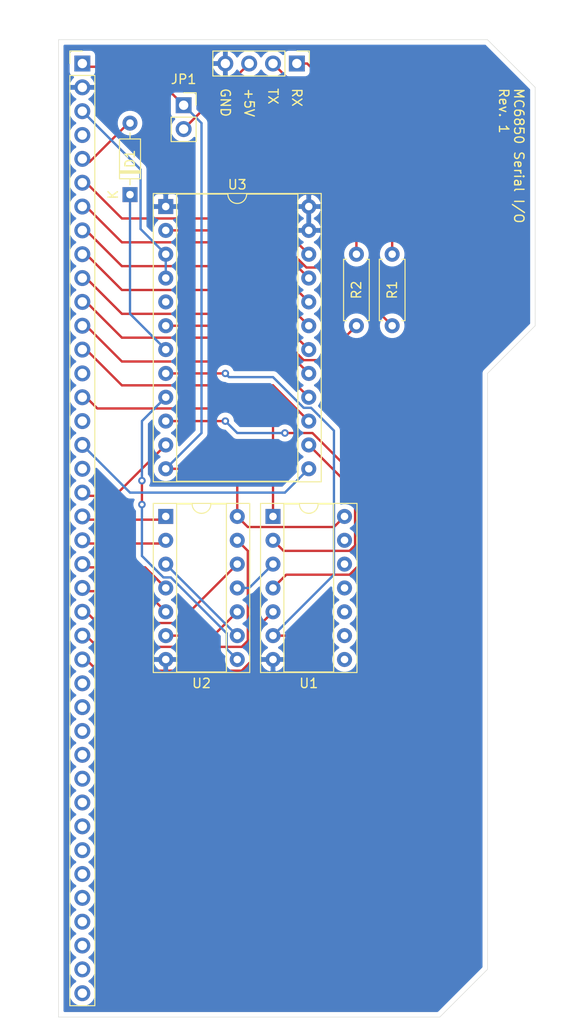
<source format=kicad_pcb>
(kicad_pcb (version 20171130) (host pcbnew 5.1.6-c6e7f7d~87~ubuntu18.04.1)

  (general
    (thickness 1.6)
    (drawings 20)
    (tracks 132)
    (zones 0)
    (modules 9)
    (nets 55)
  )

  (page A4)
  (layers
    (0 F.Cu signal)
    (31 B.Cu signal)
    (32 B.Adhes user)
    (33 F.Adhes user)
    (34 B.Paste user)
    (35 F.Paste user)
    (36 B.SilkS user)
    (37 F.SilkS user)
    (38 B.Mask user)
    (39 F.Mask user)
    (40 Dwgs.User user)
    (41 Cmts.User user)
    (42 Eco1.User user)
    (43 Eco2.User user)
    (44 Edge.Cuts user)
    (45 Margin user)
    (46 B.CrtYd user)
    (47 F.CrtYd user)
    (48 B.Fab user)
    (49 F.Fab user)
  )

  (setup
    (last_trace_width 0.25)
    (trace_clearance 0.2)
    (zone_clearance 0.508)
    (zone_45_only no)
    (trace_min 0.2)
    (via_size 0.8)
    (via_drill 0.4)
    (via_min_size 0.4)
    (via_min_drill 0.3)
    (uvia_size 0.3)
    (uvia_drill 0.1)
    (uvias_allowed no)
    (uvia_min_size 0.2)
    (uvia_min_drill 0.1)
    (edge_width 0.05)
    (segment_width 0.2)
    (pcb_text_width 0.3)
    (pcb_text_size 1.5 1.5)
    (mod_edge_width 0.12)
    (mod_text_size 1 1)
    (mod_text_width 0.15)
    (pad_size 1.524 1.524)
    (pad_drill 0.762)
    (pad_to_mask_clearance 0.05)
    (aux_axis_origin 0 0)
    (visible_elements FFFFFF7F)
    (pcbplotparams
      (layerselection 0x010fc_ffffffff)
      (usegerberextensions false)
      (usegerberattributes true)
      (usegerberadvancedattributes true)
      (creategerberjobfile true)
      (excludeedgelayer true)
      (linewidth 0.100000)
      (plotframeref false)
      (viasonmask false)
      (mode 1)
      (useauxorigin false)
      (hpglpennumber 1)
      (hpglpenspeed 20)
      (hpglpendiameter 15.000000)
      (psnegative false)
      (psa4output false)
      (plotreference true)
      (plotvalue true)
      (plotinvisibletext false)
      (padsonsilk false)
      (subtractmaskfromsilk false)
      (outputformat 1)
      (mirror false)
      (drillshape 0)
      (scaleselection 1)
      (outputdirectory ""))
  )

  (net 0 "")
  (net 1 "Net-(D1-Pad2)")
  (net 2 "Net-(D1-Pad1)")
  (net 3 "Net-(J1-Pad36)")
  (net 4 "Net-(J1-Pad35)")
  (net 5 "Net-(J1-Pad34)")
  (net 6 "Net-(J1-Pad33)")
  (net 7 "Net-(J1-Pad32)")
  (net 8 "Net-(J1-Pad31)")
  (net 9 "Net-(J1-Pad30)")
  (net 10 "Net-(J1-Pad29)")
  (net 11 "Net-(J1-Pad28)")
  (net 12 "Net-(J1-Pad27)")
  (net 13 "Net-(J1-Pad26)")
  (net 14 "Net-(J1-Pad25)")
  (net 15 "Net-(J1-Pad24)")
  (net 16 "Net-(J1-Pad23)")
  (net 17 "Net-(J1-Pad22)")
  (net 18 "Net-(J1-Pad21)")
  (net 19 "Net-(J1-Pad20)")
  (net 20 "Net-(J1-Pad19)")
  (net 21 "Net-(J1-Pad18)")
  (net 22 "Net-(J1-Pad17)")
  (net 23 "Net-(J1-Pad16)")
  (net 24 "Net-(J1-Pad15)")
  (net 25 "Net-(J1-Pad14)")
  (net 26 "Net-(J1-Pad13)")
  (net 27 "Net-(J1-Pad12)")
  (net 28 "Net-(J1-Pad11)")
  (net 29 "Net-(J1-Pad10)")
  (net 30 "Net-(J1-Pad9)")
  (net 31 "Net-(J1-Pad8)")
  (net 32 "Net-(J1-Pad7)")
  (net 33 "Net-(J1-Pad6)")
  (net 34 "Net-(J1-Pad4)")
  (net 35 "Net-(J1-Pad3)")
  (net 36 "Net-(J2-Pad3)")
  (net 37 "Net-(J2-Pad2)")
  (net 38 "Net-(J2-Pad1)")
  (net 39 "Net-(R1-Pad2)")
  (net 40 "Net-(R2-Pad2)")
  (net 41 CS0)
  (net 42 CS1)
  (net 43 "Net-(U1-Pad3)")
  (net 44 "Net-(U1-Pad2)")
  (net 45 "Net-(U2-Pad10)")
  (net 46 "Net-(U2-Pad3)")
  (net 47 CS2)
  (net 48 /GND)
  (net 49 /+5V)
  (net 50 "Net-(U3-Pad5)")
  (net 51 "Net-(J1-Pad40)")
  (net 52 "Net-(J1-Pad39)")
  (net 53 "Net-(J1-Pad38)")
  (net 54 "Net-(J1-Pad37)")

  (net_class Default "This is the default net class."
    (clearance 0.2)
    (trace_width 0.25)
    (via_dia 0.8)
    (via_drill 0.4)
    (uvia_dia 0.3)
    (uvia_drill 0.1)
    (add_net /+5V)
    (add_net /GND)
    (add_net CS0)
    (add_net CS1)
    (add_net CS2)
    (add_net "Net-(D1-Pad1)")
    (add_net "Net-(D1-Pad2)")
    (add_net "Net-(J1-Pad10)")
    (add_net "Net-(J1-Pad11)")
    (add_net "Net-(J1-Pad12)")
    (add_net "Net-(J1-Pad13)")
    (add_net "Net-(J1-Pad14)")
    (add_net "Net-(J1-Pad15)")
    (add_net "Net-(J1-Pad16)")
    (add_net "Net-(J1-Pad17)")
    (add_net "Net-(J1-Pad18)")
    (add_net "Net-(J1-Pad19)")
    (add_net "Net-(J1-Pad20)")
    (add_net "Net-(J1-Pad21)")
    (add_net "Net-(J1-Pad22)")
    (add_net "Net-(J1-Pad23)")
    (add_net "Net-(J1-Pad24)")
    (add_net "Net-(J1-Pad25)")
    (add_net "Net-(J1-Pad26)")
    (add_net "Net-(J1-Pad27)")
    (add_net "Net-(J1-Pad28)")
    (add_net "Net-(J1-Pad29)")
    (add_net "Net-(J1-Pad3)")
    (add_net "Net-(J1-Pad30)")
    (add_net "Net-(J1-Pad31)")
    (add_net "Net-(J1-Pad32)")
    (add_net "Net-(J1-Pad33)")
    (add_net "Net-(J1-Pad34)")
    (add_net "Net-(J1-Pad35)")
    (add_net "Net-(J1-Pad36)")
    (add_net "Net-(J1-Pad37)")
    (add_net "Net-(J1-Pad38)")
    (add_net "Net-(J1-Pad39)")
    (add_net "Net-(J1-Pad4)")
    (add_net "Net-(J1-Pad40)")
    (add_net "Net-(J1-Pad6)")
    (add_net "Net-(J1-Pad7)")
    (add_net "Net-(J1-Pad8)")
    (add_net "Net-(J1-Pad9)")
    (add_net "Net-(J2-Pad1)")
    (add_net "Net-(J2-Pad2)")
    (add_net "Net-(J2-Pad3)")
    (add_net "Net-(R1-Pad2)")
    (add_net "Net-(R2-Pad2)")
    (add_net "Net-(U1-Pad2)")
    (add_net "Net-(U1-Pad3)")
    (add_net "Net-(U2-Pad10)")
    (add_net "Net-(U2-Pad3)")
    (add_net "Net-(U3-Pad5)")
  )

  (module Connector_PinHeader_2.54mm:PinHeader_1x40_P2.54mm_Vertical (layer F.Cu) (tedit 59FED5CC) (tstamp 5F0CBDD2)
    (at 110.49 55.88)
    (descr "Through hole straight pin header, 1x40, 2.54mm pitch, single row")
    (tags "Through hole pin header THT 1x40 2.54mm single row")
    (path /5F1EA82A)
    (fp_text reference J1 (at 0 -2.33) (layer F.SilkS) hide
      (effects (font (size 1 1) (thickness 0.15)))
    )
    (fp_text value Bus_Wide (at 0 101.39) (layer F.Fab)
      (effects (font (size 1 1) (thickness 0.15)))
    )
    (fp_text user %R (at 0 49.53 90) (layer F.Fab)
      (effects (font (size 1 1) (thickness 0.15)))
    )
    (fp_line (start -0.635 -1.27) (end 1.27 -1.27) (layer F.Fab) (width 0.1))
    (fp_line (start 1.27 -1.27) (end 1.27 100.33) (layer F.Fab) (width 0.1))
    (fp_line (start 1.27 100.33) (end -1.27 100.33) (layer F.Fab) (width 0.1))
    (fp_line (start -1.27 100.33) (end -1.27 -0.635) (layer F.Fab) (width 0.1))
    (fp_line (start -1.27 -0.635) (end -0.635 -1.27) (layer F.Fab) (width 0.1))
    (fp_line (start -1.33 100.39) (end 1.33 100.39) (layer F.SilkS) (width 0.12))
    (fp_line (start -1.33 1.27) (end -1.33 100.39) (layer F.SilkS) (width 0.12))
    (fp_line (start 1.33 1.27) (end 1.33 100.39) (layer F.SilkS) (width 0.12))
    (fp_line (start -1.33 1.27) (end 1.33 1.27) (layer F.SilkS) (width 0.12))
    (fp_line (start -1.33 0) (end -1.33 -1.33) (layer F.SilkS) (width 0.12))
    (fp_line (start -1.33 -1.33) (end 0 -1.33) (layer F.SilkS) (width 0.12))
    (fp_line (start -1.8 -1.8) (end -1.8 100.85) (layer F.CrtYd) (width 0.05))
    (fp_line (start -1.8 100.85) (end 1.8 100.85) (layer F.CrtYd) (width 0.05))
    (fp_line (start 1.8 100.85) (end 1.8 -1.8) (layer F.CrtYd) (width 0.05))
    (fp_line (start 1.8 -1.8) (end -1.8 -1.8) (layer F.CrtYd) (width 0.05))
    (pad 40 thru_hole oval (at 0 99.06) (size 1.7 1.7) (drill 1) (layers *.Cu *.Mask)
      (net 51 "Net-(J1-Pad40)"))
    (pad 39 thru_hole oval (at 0 96.52) (size 1.7 1.7) (drill 1) (layers *.Cu *.Mask)
      (net 52 "Net-(J1-Pad39)"))
    (pad 38 thru_hole oval (at 0 93.98) (size 1.7 1.7) (drill 1) (layers *.Cu *.Mask)
      (net 53 "Net-(J1-Pad38)"))
    (pad 37 thru_hole oval (at 0 91.44) (size 1.7 1.7) (drill 1) (layers *.Cu *.Mask)
      (net 54 "Net-(J1-Pad37)"))
    (pad 36 thru_hole oval (at 0 88.9) (size 1.7 1.7) (drill 1) (layers *.Cu *.Mask)
      (net 3 "Net-(J1-Pad36)"))
    (pad 35 thru_hole oval (at 0 86.36) (size 1.7 1.7) (drill 1) (layers *.Cu *.Mask)
      (net 4 "Net-(J1-Pad35)"))
    (pad 34 thru_hole oval (at 0 83.82) (size 1.7 1.7) (drill 1) (layers *.Cu *.Mask)
      (net 5 "Net-(J1-Pad34)"))
    (pad 33 thru_hole oval (at 0 81.28) (size 1.7 1.7) (drill 1) (layers *.Cu *.Mask)
      (net 6 "Net-(J1-Pad33)"))
    (pad 32 thru_hole oval (at 0 78.74) (size 1.7 1.7) (drill 1) (layers *.Cu *.Mask)
      (net 7 "Net-(J1-Pad32)"))
    (pad 31 thru_hole oval (at 0 76.2) (size 1.7 1.7) (drill 1) (layers *.Cu *.Mask)
      (net 8 "Net-(J1-Pad31)"))
    (pad 30 thru_hole oval (at 0 73.66) (size 1.7 1.7) (drill 1) (layers *.Cu *.Mask)
      (net 9 "Net-(J1-Pad30)"))
    (pad 29 thru_hole oval (at 0 71.12) (size 1.7 1.7) (drill 1) (layers *.Cu *.Mask)
      (net 10 "Net-(J1-Pad29)"))
    (pad 28 thru_hole oval (at 0 68.58) (size 1.7 1.7) (drill 1) (layers *.Cu *.Mask)
      (net 11 "Net-(J1-Pad28)"))
    (pad 27 thru_hole oval (at 0 66.04) (size 1.7 1.7) (drill 1) (layers *.Cu *.Mask)
      (net 12 "Net-(J1-Pad27)"))
    (pad 26 thru_hole oval (at 0 63.5) (size 1.7 1.7) (drill 1) (layers *.Cu *.Mask)
      (net 13 "Net-(J1-Pad26)"))
    (pad 25 thru_hole oval (at 0 60.96) (size 1.7 1.7) (drill 1) (layers *.Cu *.Mask)
      (net 14 "Net-(J1-Pad25)"))
    (pad 24 thru_hole oval (at 0 58.42) (size 1.7 1.7) (drill 1) (layers *.Cu *.Mask)
      (net 15 "Net-(J1-Pad24)"))
    (pad 23 thru_hole oval (at 0 55.88) (size 1.7 1.7) (drill 1) (layers *.Cu *.Mask)
      (net 16 "Net-(J1-Pad23)"))
    (pad 22 thru_hole oval (at 0 53.34) (size 1.7 1.7) (drill 1) (layers *.Cu *.Mask)
      (net 17 "Net-(J1-Pad22)"))
    (pad 21 thru_hole oval (at 0 50.8) (size 1.7 1.7) (drill 1) (layers *.Cu *.Mask)
      (net 18 "Net-(J1-Pad21)"))
    (pad 20 thru_hole oval (at 0 48.26) (size 1.7 1.7) (drill 1) (layers *.Cu *.Mask)
      (net 19 "Net-(J1-Pad20)"))
    (pad 19 thru_hole oval (at 0 45.72) (size 1.7 1.7) (drill 1) (layers *.Cu *.Mask)
      (net 20 "Net-(J1-Pad19)"))
    (pad 18 thru_hole oval (at 0 43.18) (size 1.7 1.7) (drill 1) (layers *.Cu *.Mask)
      (net 21 "Net-(J1-Pad18)"))
    (pad 17 thru_hole oval (at 0 40.64) (size 1.7 1.7) (drill 1) (layers *.Cu *.Mask)
      (net 22 "Net-(J1-Pad17)"))
    (pad 16 thru_hole oval (at 0 38.1) (size 1.7 1.7) (drill 1) (layers *.Cu *.Mask)
      (net 23 "Net-(J1-Pad16)"))
    (pad 15 thru_hole oval (at 0 35.56) (size 1.7 1.7) (drill 1) (layers *.Cu *.Mask)
      (net 24 "Net-(J1-Pad15)"))
    (pad 14 thru_hole oval (at 0 33.02) (size 1.7 1.7) (drill 1) (layers *.Cu *.Mask)
      (net 25 "Net-(J1-Pad14)"))
    (pad 13 thru_hole oval (at 0 30.48) (size 1.7 1.7) (drill 1) (layers *.Cu *.Mask)
      (net 26 "Net-(J1-Pad13)"))
    (pad 12 thru_hole oval (at 0 27.94) (size 1.7 1.7) (drill 1) (layers *.Cu *.Mask)
      (net 27 "Net-(J1-Pad12)"))
    (pad 11 thru_hole oval (at 0 25.4) (size 1.7 1.7) (drill 1) (layers *.Cu *.Mask)
      (net 28 "Net-(J1-Pad11)"))
    (pad 10 thru_hole oval (at 0 22.86) (size 1.7 1.7) (drill 1) (layers *.Cu *.Mask)
      (net 29 "Net-(J1-Pad10)"))
    (pad 9 thru_hole oval (at 0 20.32) (size 1.7 1.7) (drill 1) (layers *.Cu *.Mask)
      (net 30 "Net-(J1-Pad9)"))
    (pad 8 thru_hole oval (at 0 17.78) (size 1.7 1.7) (drill 1) (layers *.Cu *.Mask)
      (net 31 "Net-(J1-Pad8)"))
    (pad 7 thru_hole oval (at 0 15.24) (size 1.7 1.7) (drill 1) (layers *.Cu *.Mask)
      (net 32 "Net-(J1-Pad7)"))
    (pad 6 thru_hole oval (at 0 12.7) (size 1.7 1.7) (drill 1) (layers *.Cu *.Mask)
      (net 33 "Net-(J1-Pad6)"))
    (pad 5 thru_hole oval (at 0 10.16) (size 1.7 1.7) (drill 1) (layers *.Cu *.Mask)
      (net 1 "Net-(D1-Pad2)"))
    (pad 4 thru_hole oval (at 0 7.62) (size 1.7 1.7) (drill 1) (layers *.Cu *.Mask)
      (net 34 "Net-(J1-Pad4)"))
    (pad 3 thru_hole oval (at 0 5.08) (size 1.7 1.7) (drill 1) (layers *.Cu *.Mask)
      (net 35 "Net-(J1-Pad3)"))
    (pad 2 thru_hole oval (at 0 2.54) (size 1.7 1.7) (drill 1) (layers *.Cu *.Mask)
      (net 48 /GND))
    (pad 1 thru_hole rect (at 0 0) (size 1.7 1.7) (drill 1) (layers *.Cu *.Mask)
      (net 49 /+5V))
    (model ${KISYS3DMOD}/Connector_PinHeader_2.54mm.3dshapes/PinHeader_1x40_P2.54mm_Vertical.wrl
      (at (xyz 0 0 0))
      (scale (xyz 1 1 1))
      (rotate (xyz 0 0 0))
    )
  )

  (module Connector_PinHeader_2.54mm:PinHeader_1x04_P2.54mm_Vertical (layer F.Cu) (tedit 59FED5CC) (tstamp 5F0CB700)
    (at 133.35 55.88 270)
    (descr "Through hole straight pin header, 1x04, 2.54mm pitch, single row")
    (tags "Through hole pin header THT 1x04 2.54mm single row")
    (path /5F1BC141)
    (fp_text reference J2 (at 0 -2.33 90) (layer F.SilkS) hide
      (effects (font (size 1 1) (thickness 0.15)))
    )
    (fp_text value Conn_01x04_Male (at 0 9.95 90) (layer F.Fab)
      (effects (font (size 1 1) (thickness 0.15)))
    )
    (fp_line (start 1.8 -1.8) (end -1.8 -1.8) (layer F.CrtYd) (width 0.05))
    (fp_line (start 1.8 9.4) (end 1.8 -1.8) (layer F.CrtYd) (width 0.05))
    (fp_line (start -1.8 9.4) (end 1.8 9.4) (layer F.CrtYd) (width 0.05))
    (fp_line (start -1.8 -1.8) (end -1.8 9.4) (layer F.CrtYd) (width 0.05))
    (fp_line (start -1.33 -1.33) (end 0 -1.33) (layer F.SilkS) (width 0.12))
    (fp_line (start -1.33 0) (end -1.33 -1.33) (layer F.SilkS) (width 0.12))
    (fp_line (start -1.33 1.27) (end 1.33 1.27) (layer F.SilkS) (width 0.12))
    (fp_line (start 1.33 1.27) (end 1.33 8.95) (layer F.SilkS) (width 0.12))
    (fp_line (start -1.33 1.27) (end -1.33 8.95) (layer F.SilkS) (width 0.12))
    (fp_line (start -1.33 8.95) (end 1.33 8.95) (layer F.SilkS) (width 0.12))
    (fp_line (start -1.27 -0.635) (end -0.635 -1.27) (layer F.Fab) (width 0.1))
    (fp_line (start -1.27 8.89) (end -1.27 -0.635) (layer F.Fab) (width 0.1))
    (fp_line (start 1.27 8.89) (end -1.27 8.89) (layer F.Fab) (width 0.1))
    (fp_line (start 1.27 -1.27) (end 1.27 8.89) (layer F.Fab) (width 0.1))
    (fp_line (start -0.635 -1.27) (end 1.27 -1.27) (layer F.Fab) (width 0.1))
    (fp_text user %R (at 0 3.81) (layer F.Fab)
      (effects (font (size 1 1) (thickness 0.15)))
    )
    (pad 4 thru_hole oval (at 0 7.62 270) (size 1.7 1.7) (drill 1) (layers *.Cu *.Mask)
      (net 48 /GND))
    (pad 3 thru_hole oval (at 0 5.08 270) (size 1.7 1.7) (drill 1) (layers *.Cu *.Mask)
      (net 36 "Net-(J2-Pad3)"))
    (pad 2 thru_hole oval (at 0 2.54 270) (size 1.7 1.7) (drill 1) (layers *.Cu *.Mask)
      (net 37 "Net-(J2-Pad2)"))
    (pad 1 thru_hole rect (at 0 0 270) (size 1.7 1.7) (drill 1) (layers *.Cu *.Mask)
      (net 38 "Net-(J2-Pad1)"))
    (model ${KISYS3DMOD}/Connector_PinHeader_2.54mm.3dshapes/PinHeader_1x04_P2.54mm_Vertical.wrl
      (at (xyz 0 0 0))
      (scale (xyz 1 1 1))
      (rotate (xyz 0 0 0))
    )
  )

  (module Package_DIP:DIP-24_W15.24mm_Socket (layer F.Cu) (tedit 5A02E8C5) (tstamp 5F029DDE)
    (at 119.38 71.12)
    (descr "24-lead though-hole mounted DIP package, row spacing 15.24 mm (600 mils), Socket")
    (tags "THT DIP DIL PDIP 2.54mm 15.24mm 600mil Socket")
    (path /5EF78CD3)
    (fp_text reference U3 (at 7.62 -2.33) (layer F.SilkS)
      (effects (font (size 1 1) (thickness 0.15)))
    )
    (fp_text value MC68B50 (at 7.62 30.27) (layer F.Fab)
      (effects (font (size 1 1) (thickness 0.15)))
    )
    (fp_line (start 1.255 -1.27) (end 14.985 -1.27) (layer F.Fab) (width 0.1))
    (fp_line (start 14.985 -1.27) (end 14.985 29.21) (layer F.Fab) (width 0.1))
    (fp_line (start 14.985 29.21) (end 0.255 29.21) (layer F.Fab) (width 0.1))
    (fp_line (start 0.255 29.21) (end 0.255 -0.27) (layer F.Fab) (width 0.1))
    (fp_line (start 0.255 -0.27) (end 1.255 -1.27) (layer F.Fab) (width 0.1))
    (fp_line (start -1.27 -1.33) (end -1.27 29.27) (layer F.Fab) (width 0.1))
    (fp_line (start -1.27 29.27) (end 16.51 29.27) (layer F.Fab) (width 0.1))
    (fp_line (start 16.51 29.27) (end 16.51 -1.33) (layer F.Fab) (width 0.1))
    (fp_line (start 16.51 -1.33) (end -1.27 -1.33) (layer F.Fab) (width 0.1))
    (fp_line (start 6.62 -1.33) (end 1.16 -1.33) (layer F.SilkS) (width 0.12))
    (fp_line (start 1.16 -1.33) (end 1.16 29.27) (layer F.SilkS) (width 0.12))
    (fp_line (start 1.16 29.27) (end 14.08 29.27) (layer F.SilkS) (width 0.12))
    (fp_line (start 14.08 29.27) (end 14.08 -1.33) (layer F.SilkS) (width 0.12))
    (fp_line (start 14.08 -1.33) (end 8.62 -1.33) (layer F.SilkS) (width 0.12))
    (fp_line (start -1.33 -1.39) (end -1.33 29.33) (layer F.SilkS) (width 0.12))
    (fp_line (start -1.33 29.33) (end 16.57 29.33) (layer F.SilkS) (width 0.12))
    (fp_line (start 16.57 29.33) (end 16.57 -1.39) (layer F.SilkS) (width 0.12))
    (fp_line (start 16.57 -1.39) (end -1.33 -1.39) (layer F.SilkS) (width 0.12))
    (fp_line (start -1.55 -1.6) (end -1.55 29.55) (layer F.CrtYd) (width 0.05))
    (fp_line (start -1.55 29.55) (end 16.8 29.55) (layer F.CrtYd) (width 0.05))
    (fp_line (start 16.8 29.55) (end 16.8 -1.6) (layer F.CrtYd) (width 0.05))
    (fp_line (start 16.8 -1.6) (end -1.55 -1.6) (layer F.CrtYd) (width 0.05))
    (fp_text user %R (at 7.62 13.97) (layer F.Fab)
      (effects (font (size 1 1) (thickness 0.15)))
    )
    (fp_arc (start 7.62 -1.33) (end 6.62 -1.33) (angle -180) (layer F.SilkS) (width 0.12))
    (pad 24 thru_hole oval (at 15.24 0) (size 1.6 1.6) (drill 0.8) (layers *.Cu *.Mask)
      (net 48 /GND))
    (pad 12 thru_hole oval (at 0 27.94) (size 1.6 1.6) (drill 0.8) (layers *.Cu *.Mask)
      (net 49 /+5V))
    (pad 23 thru_hole oval (at 15.24 2.54) (size 1.6 1.6) (drill 0.8) (layers *.Cu *.Mask)
      (net 48 /GND))
    (pad 11 thru_hole oval (at 0 25.4) (size 1.6 1.6) (drill 0.8) (layers *.Cu *.Mask)
      (net 20 "Net-(J1-Pad19)"))
    (pad 22 thru_hole oval (at 15.24 5.08) (size 1.6 1.6) (drill 0.8) (layers *.Cu *.Mask)
      (net 33 "Net-(J1-Pad6)"))
    (pad 10 thru_hole oval (at 0 22.86) (size 1.6 1.6) (drill 0.8) (layers *.Cu *.Mask)
      (net 42 CS1))
    (pad 21 thru_hole oval (at 15.24 7.62) (size 1.6 1.6) (drill 0.8) (layers *.Cu *.Mask)
      (net 32 "Net-(J1-Pad7)"))
    (pad 9 thru_hole oval (at 0 20.32) (size 1.6 1.6) (drill 0.8) (layers *.Cu *.Mask)
      (net 47 CS2))
    (pad 20 thru_hole oval (at 15.24 10.16) (size 1.6 1.6) (drill 0.8) (layers *.Cu *.Mask)
      (net 31 "Net-(J1-Pad8)"))
    (pad 8 thru_hole oval (at 0 17.78) (size 1.6 1.6) (drill 0.8) (layers *.Cu *.Mask)
      (net 41 CS0))
    (pad 19 thru_hole oval (at 15.24 12.7) (size 1.6 1.6) (drill 0.8) (layers *.Cu *.Mask)
      (net 30 "Net-(J1-Pad9)"))
    (pad 7 thru_hole oval (at 0 15.24) (size 1.6 1.6) (drill 0.8) (layers *.Cu *.Mask)
      (net 2 "Net-(D1-Pad1)"))
    (pad 18 thru_hole oval (at 15.24 15.24) (size 1.6 1.6) (drill 0.8) (layers *.Cu *.Mask)
      (net 29 "Net-(J1-Pad10)"))
    (pad 6 thru_hole oval (at 0 12.7) (size 1.6 1.6) (drill 0.8) (layers *.Cu *.Mask)
      (net 40 "Net-(R2-Pad2)"))
    (pad 17 thru_hole oval (at 15.24 17.78) (size 1.6 1.6) (drill 0.8) (layers *.Cu *.Mask)
      (net 28 "Net-(J1-Pad11)"))
    (pad 5 thru_hole oval (at 0 10.16) (size 1.6 1.6) (drill 0.8) (layers *.Cu *.Mask)
      (net 50 "Net-(U3-Pad5)"))
    (pad 16 thru_hole oval (at 15.24 20.32) (size 1.6 1.6) (drill 0.8) (layers *.Cu *.Mask)
      (net 27 "Net-(J1-Pad12)"))
    (pad 4 thru_hole oval (at 0 7.62) (size 1.6 1.6) (drill 0.8) (layers *.Cu *.Mask)
      (net 35 "Net-(J1-Pad3)"))
    (pad 15 thru_hole oval (at 15.24 22.86) (size 1.6 1.6) (drill 0.8) (layers *.Cu *.Mask)
      (net 26 "Net-(J1-Pad13)"))
    (pad 3 thru_hole oval (at 0 5.08) (size 1.6 1.6) (drill 0.8) (layers *.Cu *.Mask)
      (net 35 "Net-(J1-Pad3)"))
    (pad 14 thru_hole oval (at 15.24 25.4) (size 1.6 1.6) (drill 0.8) (layers *.Cu *.Mask)
      (net 44 "Net-(U1-Pad2)"))
    (pad 2 thru_hole oval (at 0 2.54) (size 1.6 1.6) (drill 0.8) (layers *.Cu *.Mask)
      (net 39 "Net-(R1-Pad2)"))
    (pad 13 thru_hole oval (at 15.24 27.94) (size 1.6 1.6) (drill 0.8) (layers *.Cu *.Mask)
      (net 22 "Net-(J1-Pad17)"))
    (pad 1 thru_hole rect (at 0 0) (size 1.6 1.6) (drill 0.8) (layers *.Cu *.Mask)
      (net 48 /GND))
    (model ${KISYS3DMOD}/Package_DIP.3dshapes/DIP-24_W15.24mm_Socket.wrl
      (at (xyz 0 0 0))
      (scale (xyz 1 1 1))
      (rotate (xyz 0 0 0))
    )
  )

  (module Package_DIP:DIP-14_W7.62mm_Socket (layer F.Cu) (tedit 5A02E8C5) (tstamp 5F029DAA)
    (at 119.38 104.14)
    (descr "14-lead though-hole mounted DIP package, row spacing 7.62 mm (300 mils), Socket")
    (tags "THT DIP DIL PDIP 2.54mm 7.62mm 300mil Socket")
    (path /5EF814FD)
    (fp_text reference U2 (at 3.81 17.78) (layer F.SilkS)
      (effects (font (size 1 1) (thickness 0.15)))
    )
    (fp_text value 74LS32 (at 3.81 17.57) (layer F.Fab)
      (effects (font (size 1 1) (thickness 0.15)))
    )
    (fp_line (start 1.635 -1.27) (end 6.985 -1.27) (layer F.Fab) (width 0.1))
    (fp_line (start 6.985 -1.27) (end 6.985 16.51) (layer F.Fab) (width 0.1))
    (fp_line (start 6.985 16.51) (end 0.635 16.51) (layer F.Fab) (width 0.1))
    (fp_line (start 0.635 16.51) (end 0.635 -0.27) (layer F.Fab) (width 0.1))
    (fp_line (start 0.635 -0.27) (end 1.635 -1.27) (layer F.Fab) (width 0.1))
    (fp_line (start -1.27 -1.33) (end -1.27 16.57) (layer F.Fab) (width 0.1))
    (fp_line (start -1.27 16.57) (end 8.89 16.57) (layer F.Fab) (width 0.1))
    (fp_line (start 8.89 16.57) (end 8.89 -1.33) (layer F.Fab) (width 0.1))
    (fp_line (start 8.89 -1.33) (end -1.27 -1.33) (layer F.Fab) (width 0.1))
    (fp_line (start 2.81 -1.33) (end 1.16 -1.33) (layer F.SilkS) (width 0.12))
    (fp_line (start 1.16 -1.33) (end 1.16 16.57) (layer F.SilkS) (width 0.12))
    (fp_line (start 1.16 16.57) (end 6.46 16.57) (layer F.SilkS) (width 0.12))
    (fp_line (start 6.46 16.57) (end 6.46 -1.33) (layer F.SilkS) (width 0.12))
    (fp_line (start 6.46 -1.33) (end 4.81 -1.33) (layer F.SilkS) (width 0.12))
    (fp_line (start -1.33 -1.39) (end -1.33 16.63) (layer F.SilkS) (width 0.12))
    (fp_line (start -1.33 16.63) (end 8.95 16.63) (layer F.SilkS) (width 0.12))
    (fp_line (start 8.95 16.63) (end 8.95 -1.39) (layer F.SilkS) (width 0.12))
    (fp_line (start 8.95 -1.39) (end -1.33 -1.39) (layer F.SilkS) (width 0.12))
    (fp_line (start -1.55 -1.6) (end -1.55 16.85) (layer F.CrtYd) (width 0.05))
    (fp_line (start -1.55 16.85) (end 9.15 16.85) (layer F.CrtYd) (width 0.05))
    (fp_line (start 9.15 16.85) (end 9.15 -1.6) (layer F.CrtYd) (width 0.05))
    (fp_line (start 9.15 -1.6) (end -1.55 -1.6) (layer F.CrtYd) (width 0.05))
    (fp_text user %R (at 3.81 7.62) (layer F.Fab)
      (effects (font (size 1 1) (thickness 0.15)))
    )
    (fp_arc (start 3.81 -1.33) (end 2.81 -1.33) (angle -180) (layer F.SilkS) (width 0.12))
    (pad 14 thru_hole oval (at 7.62 0) (size 1.6 1.6) (drill 0.8) (layers *.Cu *.Mask)
      (net 49 /+5V))
    (pad 7 thru_hole oval (at 0 15.24) (size 1.6 1.6) (drill 0.8) (layers *.Cu *.Mask)
      (net 48 /GND))
    (pad 13 thru_hole oval (at 7.62 2.54) (size 1.6 1.6) (drill 0.8) (layers *.Cu *.Mask)
      (net 14 "Net-(J1-Pad25)"))
    (pad 6 thru_hole oval (at 0 12.7) (size 1.6 1.6) (drill 0.8) (layers *.Cu *.Mask)
      (net 45 "Net-(U2-Pad10)"))
    (pad 12 thru_hole oval (at 7.62 5.08) (size 1.6 1.6) (drill 0.8) (layers *.Cu *.Mask)
      (net 15 "Net-(J1-Pad24)"))
    (pad 5 thru_hole oval (at 0 10.16) (size 1.6 1.6) (drill 0.8) (layers *.Cu *.Mask)
      (net 16 "Net-(J1-Pad23)"))
    (pad 11 thru_hole oval (at 7.62 7.62) (size 1.6 1.6) (drill 0.8) (layers *.Cu *.Mask)
      (net 43 "Net-(U1-Pad3)"))
    (pad 4 thru_hole oval (at 0 7.62) (size 1.6 1.6) (drill 0.8) (layers *.Cu *.Mask)
      (net 17 "Net-(J1-Pad22)"))
    (pad 10 thru_hole oval (at 7.62 10.16) (size 1.6 1.6) (drill 0.8) (layers *.Cu *.Mask)
      (net 45 "Net-(U2-Pad10)"))
    (pad 3 thru_hole oval (at 0 5.08) (size 1.6 1.6) (drill 0.8) (layers *.Cu *.Mask)
      (net 46 "Net-(U2-Pad3)"))
    (pad 9 thru_hole oval (at 7.62 12.7) (size 1.6 1.6) (drill 0.8) (layers *.Cu *.Mask)
      (net 46 "Net-(U2-Pad3)"))
    (pad 2 thru_hole oval (at 0 2.54) (size 1.6 1.6) (drill 0.8) (layers *.Cu *.Mask)
      (net 18 "Net-(J1-Pad21)"))
    (pad 8 thru_hole oval (at 7.62 15.24) (size 1.6 1.6) (drill 0.8) (layers *.Cu *.Mask)
      (net 47 CS2))
    (pad 1 thru_hole rect (at 0 0) (size 1.6 1.6) (drill 0.8) (layers *.Cu *.Mask)
      (net 19 "Net-(J1-Pad20)"))
    (model ${KISYS3DMOD}/Package_DIP.3dshapes/DIP-14_W7.62mm_Socket.wrl
      (at (xyz 0 0 0))
      (scale (xyz 1 1 1))
      (rotate (xyz 0 0 0))
    )
  )

  (module Package_DIP:DIP-14_W7.62mm_Socket (layer F.Cu) (tedit 5A02E8C5) (tstamp 5F029D80)
    (at 130.81 104.14)
    (descr "14-lead though-hole mounted DIP package, row spacing 7.62 mm (300 mils), Socket")
    (tags "THT DIP DIL PDIP 2.54mm 7.62mm 300mil Socket")
    (path /5EF7E737)
    (fp_text reference U1 (at 3.81 17.78) (layer F.SilkS)
      (effects (font (size 1 1) (thickness 0.15)))
    )
    (fp_text value 74HC04 (at 3.81 17.57) (layer F.Fab)
      (effects (font (size 1 1) (thickness 0.15)))
    )
    (fp_line (start 1.635 -1.27) (end 6.985 -1.27) (layer F.Fab) (width 0.1))
    (fp_line (start 6.985 -1.27) (end 6.985 16.51) (layer F.Fab) (width 0.1))
    (fp_line (start 6.985 16.51) (end 0.635 16.51) (layer F.Fab) (width 0.1))
    (fp_line (start 0.635 16.51) (end 0.635 -0.27) (layer F.Fab) (width 0.1))
    (fp_line (start 0.635 -0.27) (end 1.635 -1.27) (layer F.Fab) (width 0.1))
    (fp_line (start -1.27 -1.33) (end -1.27 16.57) (layer F.Fab) (width 0.1))
    (fp_line (start -1.27 16.57) (end 8.89 16.57) (layer F.Fab) (width 0.1))
    (fp_line (start 8.89 16.57) (end 8.89 -1.33) (layer F.Fab) (width 0.1))
    (fp_line (start 8.89 -1.33) (end -1.27 -1.33) (layer F.Fab) (width 0.1))
    (fp_line (start 2.81 -1.33) (end 1.16 -1.33) (layer F.SilkS) (width 0.12))
    (fp_line (start 1.16 -1.33) (end 1.16 16.57) (layer F.SilkS) (width 0.12))
    (fp_line (start 1.16 16.57) (end 6.46 16.57) (layer F.SilkS) (width 0.12))
    (fp_line (start 6.46 16.57) (end 6.46 -1.33) (layer F.SilkS) (width 0.12))
    (fp_line (start 6.46 -1.33) (end 4.81 -1.33) (layer F.SilkS) (width 0.12))
    (fp_line (start -1.33 -1.39) (end -1.33 16.63) (layer F.SilkS) (width 0.12))
    (fp_line (start -1.33 16.63) (end 8.95 16.63) (layer F.SilkS) (width 0.12))
    (fp_line (start 8.95 16.63) (end 8.95 -1.39) (layer F.SilkS) (width 0.12))
    (fp_line (start 8.95 -1.39) (end -1.33 -1.39) (layer F.SilkS) (width 0.12))
    (fp_line (start -1.55 -1.6) (end -1.55 16.85) (layer F.CrtYd) (width 0.05))
    (fp_line (start -1.55 16.85) (end 9.15 16.85) (layer F.CrtYd) (width 0.05))
    (fp_line (start 9.15 16.85) (end 9.15 -1.6) (layer F.CrtYd) (width 0.05))
    (fp_line (start 9.15 -1.6) (end -1.55 -1.6) (layer F.CrtYd) (width 0.05))
    (fp_text user %R (at 3.81 7.62) (layer F.Fab)
      (effects (font (size 1 1) (thickness 0.15)))
    )
    (fp_arc (start 3.81 -1.33) (end 2.81 -1.33) (angle -180) (layer F.SilkS) (width 0.12))
    (pad 14 thru_hole oval (at 7.62 0) (size 1.6 1.6) (drill 0.8) (layers *.Cu *.Mask)
      (net 49 /+5V))
    (pad 7 thru_hole oval (at 0 15.24) (size 1.6 1.6) (drill 0.8) (layers *.Cu *.Mask)
      (net 48 /GND))
    (pad 13 thru_hole oval (at 7.62 2.54) (size 1.6 1.6) (drill 0.8) (layers *.Cu *.Mask))
    (pad 6 thru_hole oval (at 0 12.7) (size 1.6 1.6) (drill 0.8) (layers *.Cu *.Mask)
      (net 41 CS0))
    (pad 12 thru_hole oval (at 7.62 5.08) (size 1.6 1.6) (drill 0.8) (layers *.Cu *.Mask))
    (pad 5 thru_hole oval (at 0 10.16) (size 1.6 1.6) (drill 0.8) (layers *.Cu *.Mask)
      (net 13 "Net-(J1-Pad26)"))
    (pad 11 thru_hole oval (at 7.62 7.62) (size 1.6 1.6) (drill 0.8) (layers *.Cu *.Mask))
    (pad 4 thru_hole oval (at 0 7.62) (size 1.6 1.6) (drill 0.8) (layers *.Cu *.Mask)
      (net 42 CS1))
    (pad 10 thru_hole oval (at 7.62 10.16) (size 1.6 1.6) (drill 0.8) (layers *.Cu *.Mask))
    (pad 3 thru_hole oval (at 0 5.08) (size 1.6 1.6) (drill 0.8) (layers *.Cu *.Mask)
      (net 43 "Net-(U1-Pad3)"))
    (pad 9 thru_hole oval (at 7.62 12.7) (size 1.6 1.6) (drill 0.8) (layers *.Cu *.Mask))
    (pad 2 thru_hole oval (at 0 2.54) (size 1.6 1.6) (drill 0.8) (layers *.Cu *.Mask)
      (net 44 "Net-(U1-Pad2)"))
    (pad 8 thru_hole oval (at 7.62 15.24) (size 1.6 1.6) (drill 0.8) (layers *.Cu *.Mask))
    (pad 1 thru_hole rect (at 0 0) (size 1.6 1.6) (drill 0.8) (layers *.Cu *.Mask)
      (net 24 "Net-(J1-Pad15)"))
    (model ${KISYS3DMOD}/Package_DIP.3dshapes/DIP-14_W7.62mm_Socket.wrl
      (at (xyz 0 0 0))
      (scale (xyz 1 1 1))
      (rotate (xyz 0 0 0))
    )
  )

  (module Resistor_THT:R_Axial_DIN0207_L6.3mm_D2.5mm_P7.62mm_Horizontal (layer F.Cu) (tedit 5AE5139B) (tstamp 5F029D3F)
    (at 139.7 76.2 270)
    (descr "Resistor, Axial_DIN0207 series, Axial, Horizontal, pin pitch=7.62mm, 0.25W = 1/4W, length*diameter=6.3*2.5mm^2, http://cdn-reichelt.de/documents/datenblatt/B400/1_4W%23YAG.pdf")
    (tags "Resistor Axial_DIN0207 series Axial Horizontal pin pitch 7.62mm 0.25W = 1/4W length 6.3mm diameter 2.5mm")
    (path /5F0214DE)
    (fp_text reference R2 (at 3.81 0 90) (layer F.SilkS)
      (effects (font (size 1 1) (thickness 0.15)))
    )
    (fp_text value 1k (at 3.81 2.37 90) (layer F.Fab)
      (effects (font (size 1 1) (thickness 0.15)))
    )
    (fp_line (start 0.66 -1.25) (end 0.66 1.25) (layer F.Fab) (width 0.1))
    (fp_line (start 0.66 1.25) (end 6.96 1.25) (layer F.Fab) (width 0.1))
    (fp_line (start 6.96 1.25) (end 6.96 -1.25) (layer F.Fab) (width 0.1))
    (fp_line (start 6.96 -1.25) (end 0.66 -1.25) (layer F.Fab) (width 0.1))
    (fp_line (start 0 0) (end 0.66 0) (layer F.Fab) (width 0.1))
    (fp_line (start 7.62 0) (end 6.96 0) (layer F.Fab) (width 0.1))
    (fp_line (start 0.54 -1.04) (end 0.54 -1.37) (layer F.SilkS) (width 0.12))
    (fp_line (start 0.54 -1.37) (end 7.08 -1.37) (layer F.SilkS) (width 0.12))
    (fp_line (start 7.08 -1.37) (end 7.08 -1.04) (layer F.SilkS) (width 0.12))
    (fp_line (start 0.54 1.04) (end 0.54 1.37) (layer F.SilkS) (width 0.12))
    (fp_line (start 0.54 1.37) (end 7.08 1.37) (layer F.SilkS) (width 0.12))
    (fp_line (start 7.08 1.37) (end 7.08 1.04) (layer F.SilkS) (width 0.12))
    (fp_line (start -1.05 -1.5) (end -1.05 1.5) (layer F.CrtYd) (width 0.05))
    (fp_line (start -1.05 1.5) (end 8.67 1.5) (layer F.CrtYd) (width 0.05))
    (fp_line (start 8.67 1.5) (end 8.67 -1.5) (layer F.CrtYd) (width 0.05))
    (fp_line (start 8.67 -1.5) (end -1.05 -1.5) (layer F.CrtYd) (width 0.05))
    (fp_text user %R (at 3.81 0 90) (layer F.Fab)
      (effects (font (size 1 1) (thickness 0.15)))
    )
    (pad 2 thru_hole oval (at 7.62 0 270) (size 1.6 1.6) (drill 0.8) (layers *.Cu *.Mask)
      (net 40 "Net-(R2-Pad2)"))
    (pad 1 thru_hole circle (at 0 0 270) (size 1.6 1.6) (drill 0.8) (layers *.Cu *.Mask)
      (net 37 "Net-(J2-Pad2)"))
    (model ${KISYS3DMOD}/Resistor_THT.3dshapes/R_Axial_DIN0207_L6.3mm_D2.5mm_P7.62mm_Horizontal.wrl
      (at (xyz 0 0 0))
      (scale (xyz 1 1 1))
      (rotate (xyz 0 0 0))
    )
  )

  (module Resistor_THT:R_Axial_DIN0207_L6.3mm_D2.5mm_P7.62mm_Horizontal (layer F.Cu) (tedit 5AE5139B) (tstamp 5F029D28)
    (at 143.51 76.2 270)
    (descr "Resistor, Axial_DIN0207 series, Axial, Horizontal, pin pitch=7.62mm, 0.25W = 1/4W, length*diameter=6.3*2.5mm^2, http://cdn-reichelt.de/documents/datenblatt/B400/1_4W%23YAG.pdf")
    (tags "Resistor Axial_DIN0207 series Axial Horizontal pin pitch 7.62mm 0.25W = 1/4W length 6.3mm diameter 2.5mm")
    (path /5F021032)
    (fp_text reference R1 (at 3.81 0 90) (layer F.SilkS)
      (effects (font (size 1 1) (thickness 0.15)))
    )
    (fp_text value 1k (at 3.81 2.37 90) (layer F.Fab)
      (effects (font (size 1 1) (thickness 0.15)))
    )
    (fp_line (start 0.66 -1.25) (end 0.66 1.25) (layer F.Fab) (width 0.1))
    (fp_line (start 0.66 1.25) (end 6.96 1.25) (layer F.Fab) (width 0.1))
    (fp_line (start 6.96 1.25) (end 6.96 -1.25) (layer F.Fab) (width 0.1))
    (fp_line (start 6.96 -1.25) (end 0.66 -1.25) (layer F.Fab) (width 0.1))
    (fp_line (start 0 0) (end 0.66 0) (layer F.Fab) (width 0.1))
    (fp_line (start 7.62 0) (end 6.96 0) (layer F.Fab) (width 0.1))
    (fp_line (start 0.54 -1.04) (end 0.54 -1.37) (layer F.SilkS) (width 0.12))
    (fp_line (start 0.54 -1.37) (end 7.08 -1.37) (layer F.SilkS) (width 0.12))
    (fp_line (start 7.08 -1.37) (end 7.08 -1.04) (layer F.SilkS) (width 0.12))
    (fp_line (start 0.54 1.04) (end 0.54 1.37) (layer F.SilkS) (width 0.12))
    (fp_line (start 0.54 1.37) (end 7.08 1.37) (layer F.SilkS) (width 0.12))
    (fp_line (start 7.08 1.37) (end 7.08 1.04) (layer F.SilkS) (width 0.12))
    (fp_line (start -1.05 -1.5) (end -1.05 1.5) (layer F.CrtYd) (width 0.05))
    (fp_line (start -1.05 1.5) (end 8.67 1.5) (layer F.CrtYd) (width 0.05))
    (fp_line (start 8.67 1.5) (end 8.67 -1.5) (layer F.CrtYd) (width 0.05))
    (fp_line (start 8.67 -1.5) (end -1.05 -1.5) (layer F.CrtYd) (width 0.05))
    (fp_text user %R (at 3.81 0 90) (layer F.Fab)
      (effects (font (size 1 1) (thickness 0.15)))
    )
    (pad 2 thru_hole oval (at 7.62 0 270) (size 1.6 1.6) (drill 0.8) (layers *.Cu *.Mask)
      (net 39 "Net-(R1-Pad2)"))
    (pad 1 thru_hole circle (at 0 0 270) (size 1.6 1.6) (drill 0.8) (layers *.Cu *.Mask)
      (net 38 "Net-(J2-Pad1)"))
    (model ${KISYS3DMOD}/Resistor_THT.3dshapes/R_Axial_DIN0207_L6.3mm_D2.5mm_P7.62mm_Horizontal.wrl
      (at (xyz 0 0 0))
      (scale (xyz 1 1 1))
      (rotate (xyz 0 0 0))
    )
  )

  (module Connector_PinSocket_2.54mm:PinSocket_1x02_P2.54mm_Vertical (layer F.Cu) (tedit 5A19A420) (tstamp 5F029D11)
    (at 121.285 60.325)
    (descr "Through hole straight socket strip, 1x02, 2.54mm pitch, single row (from Kicad 4.0.7), script generated")
    (tags "Through hole socket strip THT 1x02 2.54mm single row")
    (path /5F037929)
    (fp_text reference JP1 (at 0 -2.77) (layer F.SilkS)
      (effects (font (size 1 1) (thickness 0.15)))
    )
    (fp_text value Jumper (at 0 5.31) (layer F.Fab)
      (effects (font (size 1 1) (thickness 0.15)))
    )
    (fp_line (start -1.27 -1.27) (end 0.635 -1.27) (layer F.Fab) (width 0.1))
    (fp_line (start 0.635 -1.27) (end 1.27 -0.635) (layer F.Fab) (width 0.1))
    (fp_line (start 1.27 -0.635) (end 1.27 3.81) (layer F.Fab) (width 0.1))
    (fp_line (start 1.27 3.81) (end -1.27 3.81) (layer F.Fab) (width 0.1))
    (fp_line (start -1.27 3.81) (end -1.27 -1.27) (layer F.Fab) (width 0.1))
    (fp_line (start -1.33 1.27) (end 1.33 1.27) (layer F.SilkS) (width 0.12))
    (fp_line (start -1.33 1.27) (end -1.33 3.87) (layer F.SilkS) (width 0.12))
    (fp_line (start -1.33 3.87) (end 1.33 3.87) (layer F.SilkS) (width 0.12))
    (fp_line (start 1.33 1.27) (end 1.33 3.87) (layer F.SilkS) (width 0.12))
    (fp_line (start 1.33 -1.33) (end 1.33 0) (layer F.SilkS) (width 0.12))
    (fp_line (start 0 -1.33) (end 1.33 -1.33) (layer F.SilkS) (width 0.12))
    (fp_line (start -1.8 -1.8) (end 1.75 -1.8) (layer F.CrtYd) (width 0.05))
    (fp_line (start 1.75 -1.8) (end 1.75 4.3) (layer F.CrtYd) (width 0.05))
    (fp_line (start 1.75 4.3) (end -1.8 4.3) (layer F.CrtYd) (width 0.05))
    (fp_line (start -1.8 4.3) (end -1.8 -1.8) (layer F.CrtYd) (width 0.05))
    (fp_text user %R (at 0 1.27 90) (layer F.Fab)
      (effects (font (size 1 1) (thickness 0.15)))
    )
    (pad 2 thru_hole oval (at 0 2.54) (size 1.7 1.7) (drill 1) (layers *.Cu *.Mask)
      (net 36 "Net-(J2-Pad3)"))
    (pad 1 thru_hole rect (at 0 0) (size 1.7 1.7) (drill 1) (layers *.Cu *.Mask)
      (net 49 /+5V))
    (model ${KISYS3DMOD}/Connector_PinSocket_2.54mm.3dshapes/PinSocket_1x02_P2.54mm_Vertical.wrl
      (at (xyz 0 0 0))
      (scale (xyz 1 1 1))
      (rotate (xyz 0 0 0))
    )
  )

  (module Diode_THT:D_DO-35_SOD27_P7.62mm_Horizontal (layer F.Cu) (tedit 5AE50CD5) (tstamp 5F029ABC)
    (at 115.57 69.85 90)
    (descr "Diode, DO-35_SOD27 series, Axial, Horizontal, pin pitch=7.62mm, , length*diameter=4*2mm^2, , http://www.diodes.com/_files/packages/DO-35.pdf")
    (tags "Diode DO-35_SOD27 series Axial Horizontal pin pitch 7.62mm  length 4mm diameter 2mm")
    (path /5F03DDA1)
    (fp_text reference D1 (at 3.81 0 90) (layer F.SilkS)
      (effects (font (size 1 1) (thickness 0.15)))
    )
    (fp_text value D (at 3.81 2.12 90) (layer F.Fab)
      (effects (font (size 1 1) (thickness 0.15)))
    )
    (fp_line (start 1.81 -1) (end 1.81 1) (layer F.Fab) (width 0.1))
    (fp_line (start 1.81 1) (end 5.81 1) (layer F.Fab) (width 0.1))
    (fp_line (start 5.81 1) (end 5.81 -1) (layer F.Fab) (width 0.1))
    (fp_line (start 5.81 -1) (end 1.81 -1) (layer F.Fab) (width 0.1))
    (fp_line (start 0 0) (end 1.81 0) (layer F.Fab) (width 0.1))
    (fp_line (start 7.62 0) (end 5.81 0) (layer F.Fab) (width 0.1))
    (fp_line (start 2.41 -1) (end 2.41 1) (layer F.Fab) (width 0.1))
    (fp_line (start 2.51 -1) (end 2.51 1) (layer F.Fab) (width 0.1))
    (fp_line (start 2.31 -1) (end 2.31 1) (layer F.Fab) (width 0.1))
    (fp_line (start 1.69 -1.12) (end 1.69 1.12) (layer F.SilkS) (width 0.12))
    (fp_line (start 1.69 1.12) (end 5.93 1.12) (layer F.SilkS) (width 0.12))
    (fp_line (start 5.93 1.12) (end 5.93 -1.12) (layer F.SilkS) (width 0.12))
    (fp_line (start 5.93 -1.12) (end 1.69 -1.12) (layer F.SilkS) (width 0.12))
    (fp_line (start 1.04 0) (end 1.69 0) (layer F.SilkS) (width 0.12))
    (fp_line (start 6.58 0) (end 5.93 0) (layer F.SilkS) (width 0.12))
    (fp_line (start 2.41 -1.12) (end 2.41 1.12) (layer F.SilkS) (width 0.12))
    (fp_line (start 2.53 -1.12) (end 2.53 1.12) (layer F.SilkS) (width 0.12))
    (fp_line (start 2.29 -1.12) (end 2.29 1.12) (layer F.SilkS) (width 0.12))
    (fp_line (start -1.05 -1.25) (end -1.05 1.25) (layer F.CrtYd) (width 0.05))
    (fp_line (start -1.05 1.25) (end 8.67 1.25) (layer F.CrtYd) (width 0.05))
    (fp_line (start 8.67 1.25) (end 8.67 -1.25) (layer F.CrtYd) (width 0.05))
    (fp_line (start 8.67 -1.25) (end -1.05 -1.25) (layer F.CrtYd) (width 0.05))
    (fp_text user K (at 0 -1.8 90) (layer F.SilkS)
      (effects (font (size 1 1) (thickness 0.15)))
    )
    (fp_text user K (at 0 -1.8 90) (layer F.Fab)
      (effects (font (size 1 1) (thickness 0.15)))
    )
    (fp_text user %R (at 4.11 0 90) (layer F.Fab)
      (effects (font (size 0.8 0.8) (thickness 0.12)))
    )
    (pad 2 thru_hole oval (at 7.62 0 90) (size 1.6 1.6) (drill 0.8) (layers *.Cu *.Mask)
      (net 1 "Net-(D1-Pad2)"))
    (pad 1 thru_hole rect (at 0 0 90) (size 1.6 1.6) (drill 0.8) (layers *.Cu *.Mask)
      (net 2 "Net-(D1-Pad1)"))
    (model ${KISYS3DMOD}/Diode_THT.3dshapes/D_DO-35_SOD27_P7.62mm_Horizontal.wrl
      (at (xyz 0 0 0))
      (scale (xyz 1 1 1))
      (rotate (xyz 0 0 0))
    )
  )

  (gr_text "MC6850 Serial I/O\nRev. 1" (at 156.21 58.42 270) (layer F.SilkS)
    (effects (font (size 1 1) (thickness 0.15)) (justify left))
  )
  (gr_text GND (at 125.73 58.42 270) (layer F.SilkS)
    (effects (font (size 1 1) (thickness 0.15)) (justify left))
  )
  (gr_text +5V (at 128.27 58.42 270) (layer F.SilkS)
    (effects (font (size 1 1) (thickness 0.15)) (justify left))
  )
  (gr_text TX (at 130.81 58.42 270) (layer F.SilkS)
    (effects (font (size 1 1) (thickness 0.15)) (justify left))
  )
  (gr_text RX (at 133.35 58.42 270) (layer F.SilkS)
    (effects (font (size 1 1) (thickness 0.15)) (justify left))
  )
  (dimension 104.14 (width 0.15) (layer Dwgs.User)
    (gr_text "104.140 mm" (at 105.38 105.41 270) (layer Dwgs.User)
      (effects (font (size 1 1) (thickness 0.15)))
    )
    (feature1 (pts (xy 107.95 157.48) (xy 106.093579 157.48)))
    (feature2 (pts (xy 107.95 53.34) (xy 106.093579 53.34)))
    (crossbar (pts (xy 106.68 53.34) (xy 106.68 157.48)))
    (arrow1a (pts (xy 106.68 157.48) (xy 106.093579 156.353496)))
    (arrow1b (pts (xy 106.68 157.48) (xy 107.266421 156.353496)))
    (arrow2a (pts (xy 106.68 53.34) (xy 106.093579 54.466504)))
    (arrow2b (pts (xy 106.68 53.34) (xy 107.266421 54.466504)))
  )
  (dimension 68.58 (width 0.15) (layer Dwgs.User)
    (gr_text "68.580 mm" (at 161.32 123.19 90) (layer Dwgs.User)
      (effects (font (size 1 1) (thickness 0.15)))
    )
    (feature1 (pts (xy 153.67 88.9) (xy 160.606421 88.9)))
    (feature2 (pts (xy 153.67 157.48) (xy 160.606421 157.48)))
    (crossbar (pts (xy 160.02 157.48) (xy 160.02 88.9)))
    (arrow1a (pts (xy 160.02 88.9) (xy 160.606421 90.026504)))
    (arrow1b (pts (xy 160.02 88.9) (xy 159.433579 90.026504)))
    (arrow2a (pts (xy 160.02 157.48) (xy 160.606421 156.353496)))
    (arrow2b (pts (xy 160.02 157.48) (xy 159.433579 156.353496)))
  )
  (gr_line (start 153.67 152.4) (end 153.67 88.9) (layer Edge.Cuts) (width 0.05) (tstamp 5F0CBFE4))
  (gr_line (start 107.95 157.48) (end 148.59 157.48) (layer Edge.Cuts) (width 0.05) (tstamp 5F0CBFE3))
  (gr_line (start 148.59 157.48) (end 153.67 152.4) (layer Edge.Cuts) (width 0.05))
  (gr_line (start 107.95 157.48) (end 107.95 148.59) (layer Edge.Cuts) (width 0.05) (tstamp 5F0CBFE2))
  (gr_line (start 158.75 83.82) (end 153.67 88.9) (layer Edge.Cuts) (width 0.05))
  (gr_line (start 158.75 82.55) (end 158.75 83.82) (layer Edge.Cuts) (width 0.05))
  (dimension 35.56 (width 0.15) (layer Dwgs.User)
    (gr_text "35.560 mm" (at 161.32 71.12 270) (layer Dwgs.User)
      (effects (font (size 1 1) (thickness 0.15)))
    )
    (feature1 (pts (xy 158.75 88.9) (xy 160.606421 88.9)))
    (feature2 (pts (xy 158.75 53.34) (xy 160.606421 53.34)))
    (crossbar (pts (xy 160.02 53.34) (xy 160.02 88.9)))
    (arrow1a (pts (xy 160.02 88.9) (xy 159.433579 87.773496)))
    (arrow1b (pts (xy 160.02 88.9) (xy 160.606421 87.773496)))
    (arrow2a (pts (xy 160.02 53.34) (xy 159.433579 54.466504)))
    (arrow2b (pts (xy 160.02 53.34) (xy 160.606421 54.466504)))
  )
  (dimension 50.8 (width 0.15) (layer Dwgs.User)
    (gr_text "50.800 mm" (at 133.35 50.77) (layer Dwgs.User)
      (effects (font (size 1 1) (thickness 0.15)))
    )
    (feature1 (pts (xy 158.75 53.34) (xy 158.75 51.483579)))
    (feature2 (pts (xy 107.95 53.34) (xy 107.95 51.483579)))
    (crossbar (pts (xy 107.95 52.07) (xy 158.75 52.07)))
    (arrow1a (pts (xy 158.75 52.07) (xy 157.623496 52.656421)))
    (arrow1b (pts (xy 158.75 52.07) (xy 157.623496 51.483579)))
    (arrow2a (pts (xy 107.95 52.07) (xy 109.076504 52.656421)))
    (arrow2b (pts (xy 107.95 52.07) (xy 109.076504 51.483579)))
  )
  (gr_line (start 158.75 58.42) (end 158.75 82.55) (layer Edge.Cuts) (width 0.05))
  (gr_line (start 153.67 53.34) (end 158.75 58.42) (layer Edge.Cuts) (width 0.05))
  (gr_line (start 148.59 53.34) (end 153.67 53.34) (layer Edge.Cuts) (width 0.05))
  (gr_line (start 107.95 53.34) (end 148.59 53.34) (layer Edge.Cuts) (width 0.05))
  (gr_line (start 107.95 53.34) (end 107.95 148.59) (layer Edge.Cuts) (width 0.05))

  (segment (start 115.395 62.23) (end 115.57 62.23) (width 0.25) (layer F.Cu) (net 1))
  (segment (start 111.24 66.385) (end 115.395 62.23) (width 0.25) (layer F.Cu) (net 1))
  (segment (start 115.57 82.55) (end 119.38 86.36) (width 0.25) (layer B.Cu) (net 2))
  (segment (start 115.57 69.85) (end 115.57 82.55) (width 0.25) (layer B.Cu) (net 2))
  (segment (start 127.470003 120.574999) (end 128.575011 119.469991) (width 0.25) (layer F.Cu) (net 13))
  (segment (start 111.24 119.725) (end 112.089999 120.574999) (width 0.25) (layer F.Cu) (net 13))
  (segment (start 112.089999 120.574999) (end 127.470003 120.574999) (width 0.25) (layer F.Cu) (net 13))
  (segment (start 128.575011 116.534989) (end 130.81 114.3) (width 0.25) (layer F.Cu) (net 13))
  (segment (start 128.575011 119.469991) (end 128.575011 116.534989) (width 0.25) (layer F.Cu) (net 13))
  (segment (start 127.470003 118.034999) (end 128.125001 117.380001) (width 0.25) (layer F.Cu) (net 14))
  (segment (start 128.125001 117.380001) (end 128.125001 107.805001) (width 0.25) (layer F.Cu) (net 14))
  (segment (start 112.089999 118.034999) (end 127.470003 118.034999) (width 0.25) (layer F.Cu) (net 14))
  (segment (start 128.125001 107.805001) (end 127 106.68) (width 0.25) (layer F.Cu) (net 14))
  (segment (start 111.24 117.185) (end 112.089999 118.034999) (width 0.25) (layer F.Cu) (net 14))
  (segment (start 120.725001 115.494999) (end 127 109.22) (width 0.25) (layer F.Cu) (net 15))
  (segment (start 112.089999 115.494999) (end 120.725001 115.494999) (width 0.25) (layer F.Cu) (net 15))
  (segment (start 111.24 114.645) (end 112.089999 115.494999) (width 0.25) (layer F.Cu) (net 15))
  (segment (start 117.185 112.105) (end 119.38 114.3) (width 0.25) (layer F.Cu) (net 16))
  (segment (start 111.24 112.105) (end 117.185 112.105) (width 0.25) (layer F.Cu) (net 16))
  (segment (start 117.185 109.565) (end 119.38 111.76) (width 0.25) (layer F.Cu) (net 17))
  (segment (start 111.24 109.565) (end 117.185 109.565) (width 0.25) (layer F.Cu) (net 17))
  (segment (start 119.035 107.025) (end 119.38 106.68) (width 0.25) (layer F.Cu) (net 18))
  (segment (start 111.24 107.025) (end 119.035 107.025) (width 0.25) (layer F.Cu) (net 18))
  (segment (start 119.035 104.485) (end 119.38 104.14) (width 0.25) (layer F.Cu) (net 19))
  (segment (start 111.24 104.485) (end 119.035 104.485) (width 0.25) (layer F.Cu) (net 19))
  (segment (start 113.955 101.945) (end 119.38 96.52) (width 0.25) (layer F.Cu) (net 20))
  (segment (start 111.24 101.945) (end 113.955 101.945) (width 0.25) (layer F.Cu) (net 20))
  (segment (start 110.49 96.52) (end 115.57 101.6) (width 0.25) (layer B.Cu) (net 22))
  (segment (start 132.08 101.6) (end 134.62 99.06) (width 0.25) (layer B.Cu) (net 22))
  (segment (start 115.57 101.6) (end 132.08 101.6) (width 0.25) (layer B.Cu) (net 22))
  (segment (start 112.089999 92.634999) (end 129.464999 92.634999) (width 0.25) (layer F.Cu) (net 24))
  (segment (start 111.24 91.785) (end 112.089999 92.634999) (width 0.25) (layer F.Cu) (net 24))
  (segment (start 130.81 93.98) (end 130.81 104.14) (width 0.25) (layer F.Cu) (net 24))
  (segment (start 129.464999 92.634999) (end 130.81 93.98) (width 0.25) (layer F.Cu) (net 24))
  (segment (start 111.24 86.705) (end 114.705 90.17) (width 0.25) (layer F.Cu) (net 26))
  (segment (start 130.81 90.17) (end 134.62 93.98) (width 0.25) (layer F.Cu) (net 26))
  (segment (start 114.705 90.17) (end 130.81 90.17) (width 0.25) (layer F.Cu) (net 26))
  (segment (start 111.24 84.165) (end 114.705 87.63) (width 0.25) (layer F.Cu) (net 27))
  (segment (start 130.81 87.63) (end 134.62 91.44) (width 0.25) (layer F.Cu) (net 27))
  (segment (start 114.705 87.63) (end 130.81 87.63) (width 0.25) (layer F.Cu) (net 27))
  (segment (start 130.81 85.09) (end 134.62 88.9) (width 0.25) (layer F.Cu) (net 28))
  (segment (start 111.24 81.625) (end 114.705 85.09) (width 0.25) (layer F.Cu) (net 28))
  (segment (start 114.705 85.09) (end 130.81 85.09) (width 0.25) (layer F.Cu) (net 28))
  (segment (start 130.81 82.55) (end 134.62 86.36) (width 0.25) (layer F.Cu) (net 29))
  (segment (start 111.24 79.085) (end 114.705 82.55) (width 0.25) (layer F.Cu) (net 29))
  (segment (start 114.705 82.55) (end 130.81 82.55) (width 0.25) (layer F.Cu) (net 29))
  (segment (start 111.24 76.545) (end 114.705 80.01) (width 0.25) (layer F.Cu) (net 30))
  (segment (start 130.81 80.01) (end 134.62 83.82) (width 0.25) (layer F.Cu) (net 30))
  (segment (start 114.705 80.01) (end 130.81 80.01) (width 0.25) (layer F.Cu) (net 30))
  (segment (start 111.24 74.005) (end 114.705 77.47) (width 0.25) (layer F.Cu) (net 31))
  (segment (start 130.81 77.47) (end 134.62 81.28) (width 0.25) (layer F.Cu) (net 31))
  (segment (start 114.705 77.47) (end 130.81 77.47) (width 0.25) (layer F.Cu) (net 31))
  (segment (start 111.24 71.465) (end 114.705 74.93) (width 0.25) (layer F.Cu) (net 32))
  (segment (start 130.81 74.93) (end 134.62 78.74) (width 0.25) (layer F.Cu) (net 32))
  (segment (start 114.705 74.93) (end 130.81 74.93) (width 0.25) (layer F.Cu) (net 32))
  (segment (start 111.24 68.925) (end 114.705 72.39) (width 0.25) (layer F.Cu) (net 33))
  (segment (start 130.81 72.39) (end 134.62 76.2) (width 0.25) (layer F.Cu) (net 33))
  (segment (start 114.705 72.39) (end 130.81 72.39) (width 0.25) (layer F.Cu) (net 33))
  (segment (start 119.38 76.2) (end 119.38 78.74) (width 0.25) (layer B.Cu) (net 35))
  (segment (start 116.695001 67.165001) (end 110.49 60.96) (width 0.25) (layer B.Cu) (net 35))
  (segment (start 116.695001 73.515001) (end 116.695001 67.165001) (width 0.25) (layer B.Cu) (net 35))
  (segment (start 119.38 76.2) (end 116.695001 73.515001) (width 0.25) (layer B.Cu) (net 35))
  (segment (start 121.285 62.865) (end 123.825 60.325) (width 0.25) (layer F.Cu) (net 36))
  (segment (start 121.285 62.865) (end 128.27 55.88) (width 0.25) (layer F.Cu) (net 36))
  (segment (start 130.81 56.515) (end 131.445 55.88) (width 0.25) (layer F.Cu) (net 37))
  (segment (start 139.7 64.77) (end 139.7 76.2) (width 0.25) (layer F.Cu) (net 37))
  (segment (start 130.81 55.88) (end 139.7 64.77) (width 0.25) (layer F.Cu) (net 37))
  (segment (start 134.45 55.88) (end 143.51 64.94) (width 0.25) (layer F.Cu) (net 38))
  (segment (start 143.51 64.94) (end 143.51 76.2) (width 0.25) (layer F.Cu) (net 38))
  (segment (start 133.35 55.88) (end 134.45 55.88) (width 0.25) (layer F.Cu) (net 38))
  (segment (start 137.304999 77.614999) (end 143.51 83.82) (width 0.25) (layer F.Cu) (net 39))
  (segment (start 134.369997 77.614999) (end 137.304999 77.614999) (width 0.25) (layer F.Cu) (net 39))
  (segment (start 130.414998 73.66) (end 134.369997 77.614999) (width 0.25) (layer F.Cu) (net 39))
  (segment (start 119.38 73.66) (end 130.414998 73.66) (width 0.25) (layer F.Cu) (net 39))
  (segment (start 136.034999 87.485001) (end 139.7 83.82) (width 0.25) (layer F.Cu) (net 40))
  (segment (start 134.079999 87.485001) (end 136.034999 87.485001) (width 0.25) (layer F.Cu) (net 40))
  (segment (start 130.414998 83.82) (end 134.079999 87.485001) (width 0.25) (layer F.Cu) (net 40))
  (segment (start 119.38 83.82) (end 130.414998 83.82) (width 0.25) (layer F.Cu) (net 40))
  (segment (start 137.16 115.57) (end 135.89 116.84) (width 0.25) (layer F.Cu) (net 41))
  (segment (start 135.89 116.84) (end 130.81 116.84) (width 0.25) (layer F.Cu) (net 41))
  (segment (start 134.079999 92.565001) (end 130.81 89.295002) (width 0.25) (layer B.Cu) (net 41))
  (segment (start 134.870003 92.565001) (end 134.079999 92.565001) (width 0.25) (layer B.Cu) (net 41))
  (segment (start 137.304999 94.999997) (end 134.870003 92.565001) (width 0.25) (layer B.Cu) (net 41))
  (segment (start 130.81 116.84) (end 137.304999 110.345001) (width 0.25) (layer B.Cu) (net 41))
  (segment (start 137.304999 110.345001) (end 137.304999 94.999997) (width 0.25) (layer B.Cu) (net 41))
  (via (at 125.73 88.9) (size 0.8) (drill 0.4) (layers F.Cu B.Cu) (net 41))
  (segment (start 130.81 89.295002) (end 126.125002 89.295002) (width 0.25) (layer B.Cu) (net 41))
  (segment (start 126.125002 89.295002) (end 125.73 88.9) (width 0.25) (layer B.Cu) (net 41))
  (segment (start 125.73 88.9) (end 119.38 88.9) (width 0.25) (layer F.Cu) (net 41))
  (segment (start 132.224999 110.345001) (end 138.970001 110.345001) (width 0.25) (layer F.Cu) (net 42))
  (segment (start 130.81 111.76) (end 132.224999 110.345001) (width 0.25) (layer F.Cu) (net 42))
  (via (at 132.08 95.25) (size 0.8) (drill 0.4) (layers F.Cu B.Cu) (net 42))
  (segment (start 138.970001 110.345001) (end 140.00501 109.309992) (width 0.25) (layer F.Cu) (net 42))
  (segment (start 140.00501 109.309992) (end 140.00501 100.240008) (width 0.25) (layer F.Cu) (net 42))
  (segment (start 140.00501 100.240008) (end 135.015002 95.25) (width 0.25) (layer F.Cu) (net 42))
  (segment (start 135.015002 95.25) (end 132.08 95.25) (width 0.25) (layer F.Cu) (net 42))
  (via (at 125.73 93.98) (size 0.8) (drill 0.4) (layers F.Cu B.Cu) (net 42))
  (segment (start 132.08 95.25) (end 127 95.25) (width 0.25) (layer B.Cu) (net 42))
  (segment (start 127 95.25) (end 125.73 93.98) (width 0.25) (layer B.Cu) (net 42))
  (segment (start 125.73 93.98) (end 119.38 93.98) (width 0.25) (layer F.Cu) (net 42))
  (segment (start 128.27 111.76) (end 130.81 109.22) (width 0.25) (layer B.Cu) (net 43))
  (segment (start 127 111.76) (end 128.27 111.76) (width 0.25) (layer B.Cu) (net 43))
  (segment (start 139.555001 107.220001) (end 139.555001 101.455001) (width 0.25) (layer F.Cu) (net 44))
  (segment (start 139.555001 101.455001) (end 134.62 96.52) (width 0.25) (layer F.Cu) (net 44))
  (segment (start 131.935001 107.805001) (end 138.970001 107.805001) (width 0.25) (layer F.Cu) (net 44))
  (segment (start 138.970001 107.805001) (end 139.555001 107.220001) (width 0.25) (layer F.Cu) (net 44))
  (segment (start 130.81 106.68) (end 131.935001 107.805001) (width 0.25) (layer F.Cu) (net 44))
  (segment (start 124.46 116.84) (end 127 114.3) (width 0.25) (layer F.Cu) (net 45))
  (segment (start 119.38 116.84) (end 124.46 116.84) (width 0.25) (layer F.Cu) (net 45))
  (segment (start 119.38 109.22) (end 127 116.84) (width 0.25) (layer B.Cu) (net 46))
  (via (at 116.84 100.33) (size 0.8) (drill 0.4) (layers F.Cu B.Cu) (net 47))
  (segment (start 119.38 91.44) (end 116.84 93.98) (width 0.25) (layer B.Cu) (net 47))
  (segment (start 116.84 93.98) (end 116.84 100.33) (width 0.25) (layer B.Cu) (net 47))
  (via (at 116.84 102.87) (size 0.8) (drill 0.4) (layers F.Cu B.Cu) (net 47))
  (segment (start 116.84 100.33) (end 116.84 102.87) (width 0.25) (layer F.Cu) (net 47))
  (segment (start 125.874999 116.589997) (end 125.874999 118.254999) (width 0.25) (layer B.Cu) (net 47))
  (segment (start 119.129997 110.634999) (end 119.920001 110.634999) (width 0.25) (layer B.Cu) (net 47))
  (segment (start 125.874999 118.254999) (end 127 119.38) (width 0.25) (layer B.Cu) (net 47))
  (segment (start 116.84 108.345002) (end 119.129997 110.634999) (width 0.25) (layer B.Cu) (net 47))
  (segment (start 119.920001 110.634999) (end 125.874999 116.589997) (width 0.25) (layer B.Cu) (net 47))
  (segment (start 116.84 102.87) (end 116.84 108.345002) (width 0.25) (layer B.Cu) (net 47))
  (segment (start 127 104.14) (end 127 100.33) (width 0.25) (layer F.Cu) (net 49))
  (segment (start 125.73 99.06) (end 119.38 99.06) (width 0.25) (layer F.Cu) (net 49))
  (segment (start 127 100.33) (end 125.73 99.06) (width 0.25) (layer F.Cu) (net 49))
  (segment (start 137.304999 105.265001) (end 138.43 104.14) (width 0.25) (layer F.Cu) (net 49))
  (segment (start 128.125001 105.265001) (end 137.304999 105.265001) (width 0.25) (layer F.Cu) (net 49))
  (segment (start 127 104.14) (end 128.125001 105.265001) (width 0.25) (layer F.Cu) (net 49))
  (segment (start 117.185 56.225) (end 121.285 60.325) (width 0.25) (layer F.Cu) (net 49))
  (segment (start 111.24 56.225) (end 117.185 56.225) (width 0.25) (layer F.Cu) (net 49))
  (segment (start 121.285 60.325) (end 123.19 62.23) (width 0.25) (layer B.Cu) (net 49))
  (segment (start 123.19 95.25) (end 119.38 99.06) (width 0.25) (layer B.Cu) (net 49))
  (segment (start 123.19 62.23) (end 123.19 95.25) (width 0.25) (layer B.Cu) (net 49))

  (zone (net 48) (net_name /GND) (layer B.Cu) (tstamp 5F0CC2E0) (hatch edge 0.508)
    (connect_pads (clearance 0.508))
    (min_thickness 0.254)
    (fill yes (arc_segments 32) (thermal_gap 0.508) (thermal_bridge_width 0.508))
    (polygon
      (pts
        (xy 158.75 58.42) (xy 158.75 83.82) (xy 153.67 88.9) (xy 153.67 152.4) (xy 148.59 157.48)
        (xy 107.95 157.48) (xy 107.95 53.34) (xy 153.67 53.34)
      )
    )
    (filled_polygon
      (pts
        (xy 158.09 58.693381) (xy 158.090001 82.517572) (xy 158.09 82.517582) (xy 158.090001 83.546618) (xy 153.226232 88.410388)
        (xy 153.201053 88.431052) (xy 153.180389 88.456231) (xy 153.180386 88.456234) (xy 153.118575 88.53155) (xy 153.05729 88.646208)
        (xy 153.019551 88.770618) (xy 153.006808 88.9) (xy 153.010001 88.932419) (xy 153.01 152.126619) (xy 148.31662 156.82)
        (xy 108.61 156.82) (xy 108.61 60.81374) (xy 109.005 60.81374) (xy 109.005 61.10626) (xy 109.062068 61.393158)
        (xy 109.17401 61.663411) (xy 109.336525 61.906632) (xy 109.543368 62.113475) (xy 109.71776 62.23) (xy 109.543368 62.346525)
        (xy 109.336525 62.553368) (xy 109.17401 62.796589) (xy 109.062068 63.066842) (xy 109.005 63.35374) (xy 109.005 63.64626)
        (xy 109.062068 63.933158) (xy 109.17401 64.203411) (xy 109.336525 64.446632) (xy 109.543368 64.653475) (xy 109.71776 64.77)
        (xy 109.543368 64.886525) (xy 109.336525 65.093368) (xy 109.17401 65.336589) (xy 109.062068 65.606842) (xy 109.005 65.89374)
        (xy 109.005 66.18626) (xy 109.062068 66.473158) (xy 109.17401 66.743411) (xy 109.336525 66.986632) (xy 109.543368 67.193475)
        (xy 109.71776 67.31) (xy 109.543368 67.426525) (xy 109.336525 67.633368) (xy 109.17401 67.876589) (xy 109.062068 68.146842)
        (xy 109.005 68.43374) (xy 109.005 68.72626) (xy 109.062068 69.013158) (xy 109.17401 69.283411) (xy 109.336525 69.526632)
        (xy 109.543368 69.733475) (xy 109.71776 69.85) (xy 109.543368 69.966525) (xy 109.336525 70.173368) (xy 109.17401 70.416589)
        (xy 109.062068 70.686842) (xy 109.005 70.97374) (xy 109.005 71.26626) (xy 109.062068 71.553158) (xy 109.17401 71.823411)
        (xy 109.336525 72.066632) (xy 109.543368 72.273475) (xy 109.71776 72.39) (xy 109.543368 72.506525) (xy 109.336525 72.713368)
        (xy 109.17401 72.956589) (xy 109.062068 73.226842) (xy 109.005 73.51374) (xy 109.005 73.80626) (xy 109.062068 74.093158)
        (xy 109.17401 74.363411) (xy 109.336525 74.606632) (xy 109.543368 74.813475) (xy 109.71776 74.93) (xy 109.543368 75.046525)
        (xy 109.336525 75.253368) (xy 109.17401 75.496589) (xy 109.062068 75.766842) (xy 109.005 76.05374) (xy 109.005 76.34626)
        (xy 109.062068 76.633158) (xy 109.17401 76.903411) (xy 109.336525 77.146632) (xy 109.543368 77.353475) (xy 109.71776 77.47)
        (xy 109.543368 77.586525) (xy 109.336525 77.793368) (xy 109.17401 78.036589) (xy 109.062068 78.306842) (xy 109.005 78.59374)
        (xy 109.005 78.88626) (xy 109.062068 79.173158) (xy 109.17401 79.443411) (xy 109.336525 79.686632) (xy 109.543368 79.893475)
        (xy 109.71776 80.01) (xy 109.543368 80.126525) (xy 109.336525 80.333368) (xy 109.17401 80.576589) (xy 109.062068 80.846842)
        (xy 109.005 81.13374) (xy 109.005 81.42626) (xy 109.062068 81.713158) (xy 109.17401 81.983411) (xy 109.336525 82.226632)
        (xy 109.543368 82.433475) (xy 109.71776 82.55) (xy 109.543368 82.666525) (xy 109.336525 82.873368) (xy 109.17401 83.116589)
        (xy 109.062068 83.386842) (xy 109.005 83.67374) (xy 109.005 83.96626) (xy 109.062068 84.253158) (xy 109.17401 84.523411)
        (xy 109.336525 84.766632) (xy 109.543368 84.973475) (xy 109.71776 85.09) (xy 109.543368 85.206525) (xy 109.336525 85.413368)
        (xy 109.17401 85.656589) (xy 109.062068 85.926842) (xy 109.005 86.21374) (xy 109.005 86.50626) (xy 109.062068 86.793158)
        (xy 109.17401 87.063411) (xy 109.336525 87.306632) (xy 109.543368 87.513475) (xy 109.71776 87.63) (xy 109.543368 87.746525)
        (xy 109.336525 87.953368) (xy 109.17401 88.196589) (xy 109.062068 88.466842) (xy 109.005 88.75374) (xy 109.005 89.04626)
        (xy 109.062068 89.333158) (xy 109.17401 89.603411) (xy 109.336525 89.846632) (xy 109.543368 90.053475) (xy 109.71776 90.17)
        (xy 109.543368 90.286525) (xy 109.336525 90.493368) (xy 109.17401 90.736589) (xy 109.062068 91.006842) (xy 109.005 91.29374)
        (xy 109.005 91.58626) (xy 109.062068 91.873158) (xy 109.17401 92.143411) (xy 109.336525 92.386632) (xy 109.543368 92.593475)
        (xy 109.71776 92.71) (xy 109.543368 92.826525) (xy 109.336525 93.033368) (xy 109.17401 93.276589) (xy 109.062068 93.546842)
        (xy 109.005 93.83374) (xy 109.005 94.12626) (xy 109.062068 94.413158) (xy 109.17401 94.683411) (xy 109.336525 94.926632)
        (xy 109.543368 95.133475) (xy 109.71776 95.25) (xy 109.543368 95.366525) (xy 109.336525 95.573368) (xy 109.17401 95.816589)
        (xy 109.062068 96.086842) (xy 109.005 96.37374) (xy 109.005 96.66626) (xy 109.062068 96.953158) (xy 109.17401 97.223411)
        (xy 109.336525 97.466632) (xy 109.543368 97.673475) (xy 109.71776 97.79) (xy 109.543368 97.906525) (xy 109.336525 98.113368)
        (xy 109.17401 98.356589) (xy 109.062068 98.626842) (xy 109.005 98.91374) (xy 109.005 99.20626) (xy 109.062068 99.493158)
        (xy 109.17401 99.763411) (xy 109.336525 100.006632) (xy 109.543368 100.213475) (xy 109.71776 100.33) (xy 109.543368 100.446525)
        (xy 109.336525 100.653368) (xy 109.17401 100.896589) (xy 109.062068 101.166842) (xy 109.005 101.45374) (xy 109.005 101.74626)
        (xy 109.062068 102.033158) (xy 109.17401 102.303411) (xy 109.336525 102.546632) (xy 109.543368 102.753475) (xy 109.71776 102.87)
        (xy 109.543368 102.986525) (xy 109.336525 103.193368) (xy 109.17401 103.436589) (xy 109.062068 103.706842) (xy 109.005 103.99374)
        (xy 109.005 104.28626) (xy 109.062068 104.573158) (xy 109.17401 104.843411) (xy 109.336525 105.086632) (xy 109.543368 105.293475)
        (xy 109.71776 105.41) (xy 109.543368 105.526525) (xy 109.336525 105.733368) (xy 109.17401 105.976589) (xy 109.062068 106.246842)
        (xy 109.005 106.53374) (xy 109.005 106.82626) (xy 109.062068 107.113158) (xy 109.17401 107.383411) (xy 109.336525 107.626632)
        (xy 109.543368 107.833475) (xy 109.71776 107.95) (xy 109.543368 108.066525) (xy 109.336525 108.273368) (xy 109.17401 108.516589)
        (xy 109.062068 108.786842) (xy 109.005 109.07374) (xy 109.005 109.36626) (xy 109.062068 109.653158) (xy 109.17401 109.923411)
        (xy 109.336525 110.166632) (xy 109.543368 110.373475) (xy 109.71776 110.49) (xy 109.543368 110.606525) (xy 109.336525 110.813368)
        (xy 109.17401 111.056589) (xy 109.062068 111.326842) (xy 109.005 111.61374) (xy 109.005 111.90626) (xy 109.062068 112.193158)
        (xy 109.17401 112.463411) (xy 109.336525 112.706632) (xy 109.543368 112.913475) (xy 109.71776 113.03) (xy 109.543368 113.146525)
        (xy 109.336525 113.353368) (xy 109.17401 113.596589) (xy 109.062068 113.866842) (xy 109.005 114.15374) (xy 109.005 114.44626)
        (xy 109.062068 114.733158) (xy 109.17401 115.003411) (xy 109.336525 115.246632) (xy 109.543368 115.453475) (xy 109.71776 115.57)
        (xy 109.543368 115.686525) (xy 109.336525 115.893368) (xy 109.17401 116.136589) (xy 109.062068 116.406842) (xy 109.005 116.69374)
        (xy 109.005 116.98626) (xy 109.062068 117.273158) (xy 109.17401 117.543411) (xy 109.336525 117.786632) (xy 109.543368 117.993475)
        (xy 109.71776 118.11) (xy 109.543368 118.226525) (xy 109.336525 118.433368) (xy 109.17401 118.676589) (xy 109.062068 118.946842)
        (xy 109.005 119.23374) (xy 109.005 119.52626) (xy 109.062068 119.813158) (xy 109.17401 120.083411) (xy 109.336525 120.326632)
        (xy 109.543368 120.533475) (xy 109.71776 120.65) (xy 109.543368 120.766525) (xy 109.336525 120.973368) (xy 109.17401 121.216589)
        (xy 109.062068 121.486842) (xy 109.005 121.77374) (xy 109.005 122.06626) (xy 109.062068 122.353158) (xy 109.17401 122.623411)
        (xy 109.336525 122.866632) (xy 109.543368 123.073475) (xy 109.71776 123.19) (xy 109.543368 123.306525) (xy 109.336525 123.513368)
        (xy 109.17401 123.756589) (xy 109.062068 124.026842) (xy 109.005 124.31374) (xy 109.005 124.60626) (xy 109.062068 124.893158)
        (xy 109.17401 125.163411) (xy 109.336525 125.406632) (xy 109.543368 125.613475) (xy 109.71776 125.73) (xy 109.543368 125.846525)
        (xy 109.336525 126.053368) (xy 109.17401 126.296589) (xy 109.062068 126.566842) (xy 109.005 126.85374) (xy 109.005 127.14626)
        (xy 109.062068 127.433158) (xy 109.17401 127.703411) (xy 109.336525 127.946632) (xy 109.543368 128.153475) (xy 109.71776 128.27)
        (xy 109.543368 128.386525) (xy 109.336525 128.593368) (xy 109.17401 128.836589) (xy 109.062068 129.106842) (xy 109.005 129.39374)
        (xy 109.005 129.68626) (xy 109.062068 129.973158) (xy 109.17401 130.243411) (xy 109.336525 130.486632) (xy 109.543368 130.693475)
        (xy 109.71776 130.81) (xy 109.543368 130.926525) (xy 109.336525 131.133368) (xy 109.17401 131.376589) (xy 109.062068 131.646842)
        (xy 109.005 131.93374) (xy 109.005 132.22626) (xy 109.062068 132.513158) (xy 109.17401 132.783411) (xy 109.336525 133.026632)
        (xy 109.543368 133.233475) (xy 109.71776 133.35) (xy 109.543368 133.466525) (xy 109.336525 133.673368) (xy 109.17401 133.916589)
        (xy 109.062068 134.186842) (xy 109.005 134.47374) (xy 109.005 134.76626) (xy 109.062068 135.053158) (xy 109.17401 135.323411)
        (xy 109.336525 135.566632) (xy 109.543368 135.773475) (xy 109.71776 135.89) (xy 109.543368 136.006525) (xy 109.336525 136.213368)
        (xy 109.17401 136.456589) (xy 109.062068 136.726842) (xy 109.005 137.01374) (xy 109.005 137.30626) (xy 109.062068 137.593158)
        (xy 109.17401 137.863411) (xy 109.336525 138.106632) (xy 109.543368 138.313475) (xy 109.71776 138.43) (xy 109.543368 138.546525)
        (xy 109.336525 138.753368) (xy 109.17401 138.996589) (xy 109.062068 139.266842) (xy 109.005 139.55374) (xy 109.005 139.84626)
        (xy 109.062068 140.133158) (xy 109.17401 140.403411) (xy 109.336525 140.646632) (xy 109.543368 140.853475) (xy 109.71776 140.97)
        (xy 109.543368 141.086525) (xy 109.336525 141.293368) (xy 109.17401 141.536589) (xy 109.062068 141.806842) (xy 109.005 142.09374)
        (xy 109.005 142.38626) (xy 109.062068 142.673158) (xy 109.17401 142.943411) (xy 109.336525 143.186632) (xy 109.543368 143.393475)
        (xy 109.71776 143.51) (xy 109.543368 143.626525) (xy 109.336525 143.833368) (xy 109.17401 144.076589) (xy 109.062068 144.346842)
        (xy 109.005 144.63374) (xy 109.005 144.92626) (xy 109.062068 145.213158) (xy 109.17401 145.483411) (xy 109.336525 145.726632)
        (xy 109.543368 145.933475) (xy 109.71776 146.05) (xy 109.543368 146.166525) (xy 109.336525 146.373368) (xy 109.17401 146.616589)
        (xy 109.062068 146.886842) (xy 109.005 147.17374) (xy 109.005 147.46626) (xy 109.062068 147.753158) (xy 109.17401 148.023411)
        (xy 109.336525 148.266632) (xy 109.543368 148.473475) (xy 109.71776 148.59) (xy 109.543368 148.706525) (xy 109.336525 148.913368)
        (xy 109.17401 149.156589) (xy 109.062068 149.426842) (xy 109.005 149.71374) (xy 109.005 150.00626) (xy 109.062068 150.293158)
        (xy 109.17401 150.563411) (xy 109.336525 150.806632) (xy 109.543368 151.013475) (xy 109.71776 151.13) (xy 109.543368 151.246525)
        (xy 109.336525 151.453368) (xy 109.17401 151.696589) (xy 109.062068 151.966842) (xy 109.005 152.25374) (xy 109.005 152.54626)
        (xy 109.062068 152.833158) (xy 109.17401 153.103411) (xy 109.336525 153.346632) (xy 109.543368 153.553475) (xy 109.71776 153.67)
        (xy 109.543368 153.786525) (xy 109.336525 153.993368) (xy 109.17401 154.236589) (xy 109.062068 154.506842) (xy 109.005 154.79374)
        (xy 109.005 155.08626) (xy 109.062068 155.373158) (xy 109.17401 155.643411) (xy 109.336525 155.886632) (xy 109.543368 156.093475)
        (xy 109.786589 156.25599) (xy 110.056842 156.367932) (xy 110.34374 156.425) (xy 110.63626 156.425) (xy 110.923158 156.367932)
        (xy 111.193411 156.25599) (xy 111.436632 156.093475) (xy 111.643475 155.886632) (xy 111.80599 155.643411) (xy 111.917932 155.373158)
        (xy 111.975 155.08626) (xy 111.975 154.79374) (xy 111.917932 154.506842) (xy 111.80599 154.236589) (xy 111.643475 153.993368)
        (xy 111.436632 153.786525) (xy 111.26224 153.67) (xy 111.436632 153.553475) (xy 111.643475 153.346632) (xy 111.80599 153.103411)
        (xy 111.917932 152.833158) (xy 111.975 152.54626) (xy 111.975 152.25374) (xy 111.917932 151.966842) (xy 111.80599 151.696589)
        (xy 111.643475 151.453368) (xy 111.436632 151.246525) (xy 111.26224 151.13) (xy 111.436632 151.013475) (xy 111.643475 150.806632)
        (xy 111.80599 150.563411) (xy 111.917932 150.293158) (xy 111.975 150.00626) (xy 111.975 149.71374) (xy 111.917932 149.426842)
        (xy 111.80599 149.156589) (xy 111.643475 148.913368) (xy 111.436632 148.706525) (xy 111.26224 148.59) (xy 111.436632 148.473475)
        (xy 111.643475 148.266632) (xy 111.80599 148.023411) (xy 111.917932 147.753158) (xy 111.975 147.46626) (xy 111.975 147.17374)
        (xy 111.917932 146.886842) (xy 111.80599 146.616589) (xy 111.643475 146.373368) (xy 111.436632 146.166525) (xy 111.26224 146.05)
        (xy 111.436632 145.933475) (xy 111.643475 145.726632) (xy 111.80599 145.483411) (xy 111.917932 145.213158) (xy 111.975 144.92626)
        (xy 111.975 144.63374) (xy 111.917932 144.346842) (xy 111.80599 144.076589) (xy 111.643475 143.833368) (xy 111.436632 143.626525)
        (xy 111.26224 143.51) (xy 111.436632 143.393475) (xy 111.643475 143.186632) (xy 111.80599 142.943411) (xy 111.917932 142.673158)
        (xy 111.975 142.38626) (xy 111.975 142.09374) (xy 111.917932 141.806842) (xy 111.80599 141.536589) (xy 111.643475 141.293368)
        (xy 111.436632 141.086525) (xy 111.26224 140.97) (xy 111.436632 140.853475) (xy 111.643475 140.646632) (xy 111.80599 140.403411)
        (xy 111.917932 140.133158) (xy 111.975 139.84626) (xy 111.975 139.55374) (xy 111.917932 139.266842) (xy 111.80599 138.996589)
        (xy 111.643475 138.753368) (xy 111.436632 138.546525) (xy 111.26224 138.43) (xy 111.436632 138.313475) (xy 111.643475 138.106632)
        (xy 111.80599 137.863411) (xy 111.917932 137.593158) (xy 111.975 137.30626) (xy 111.975 137.01374) (xy 111.917932 136.726842)
        (xy 111.80599 136.456589) (xy 111.643475 136.213368) (xy 111.436632 136.006525) (xy 111.26224 135.89) (xy 111.436632 135.773475)
        (xy 111.643475 135.566632) (xy 111.80599 135.323411) (xy 111.917932 135.053158) (xy 111.975 134.76626) (xy 111.975 134.47374)
        (xy 111.917932 134.186842) (xy 111.80599 133.916589) (xy 111.643475 133.673368) (xy 111.436632 133.466525) (xy 111.26224 133.35)
        (xy 111.436632 133.233475) (xy 111.643475 133.026632) (xy 111.80599 132.783411) (xy 111.917932 132.513158) (xy 111.975 132.22626)
        (xy 111.975 131.93374) (xy 111.917932 131.646842) (xy 111.80599 131.376589) (xy 111.643475 131.133368) (xy 111.436632 130.926525)
        (xy 111.26224 130.81) (xy 111.436632 130.693475) (xy 111.643475 130.486632) (xy 111.80599 130.243411) (xy 111.917932 129.973158)
        (xy 111.975 129.68626) (xy 111.975 129.39374) (xy 111.917932 129.106842) (xy 111.80599 128.836589) (xy 111.643475 128.593368)
        (xy 111.436632 128.386525) (xy 111.26224 128.27) (xy 111.436632 128.153475) (xy 111.643475 127.946632) (xy 111.80599 127.703411)
        (xy 111.917932 127.433158) (xy 111.975 127.14626) (xy 111.975 126.85374) (xy 111.917932 126.566842) (xy 111.80599 126.296589)
        (xy 111.643475 126.053368) (xy 111.436632 125.846525) (xy 111.26224 125.73) (xy 111.436632 125.613475) (xy 111.643475 125.406632)
        (xy 111.80599 125.163411) (xy 111.917932 124.893158) (xy 111.975 124.60626) (xy 111.975 124.31374) (xy 111.917932 124.026842)
        (xy 111.80599 123.756589) (xy 111.643475 123.513368) (xy 111.436632 123.306525) (xy 111.26224 123.19) (xy 111.436632 123.073475)
        (xy 111.643475 122.866632) (xy 111.80599 122.623411) (xy 111.917932 122.353158) (xy 111.975 122.06626) (xy 111.975 121.77374)
        (xy 111.917932 121.486842) (xy 111.80599 121.216589) (xy 111.643475 120.973368) (xy 111.436632 120.766525) (xy 111.26224 120.65)
        (xy 111.436632 120.533475) (xy 111.643475 120.326632) (xy 111.80599 120.083411) (xy 111.917932 119.813158) (xy 111.934664 119.729039)
        (xy 117.988096 119.729039) (xy 118.028754 119.863087) (xy 118.148963 120.11742) (xy 118.316481 120.343414) (xy 118.524869 120.532385)
        (xy 118.766119 120.67707) (xy 119.03096 120.771909) (xy 119.253 120.650624) (xy 119.253 119.507) (xy 119.507 119.507)
        (xy 119.507 120.650624) (xy 119.72904 120.771909) (xy 119.993881 120.67707) (xy 120.235131 120.532385) (xy 120.443519 120.343414)
        (xy 120.611037 120.11742) (xy 120.731246 119.863087) (xy 120.771904 119.729039) (xy 120.649915 119.507) (xy 119.507 119.507)
        (xy 119.253 119.507) (xy 118.110085 119.507) (xy 117.988096 119.729039) (xy 111.934664 119.729039) (xy 111.975 119.52626)
        (xy 111.975 119.23374) (xy 111.917932 118.946842) (xy 111.80599 118.676589) (xy 111.643475 118.433368) (xy 111.436632 118.226525)
        (xy 111.26224 118.11) (xy 111.436632 117.993475) (xy 111.643475 117.786632) (xy 111.80599 117.543411) (xy 111.917932 117.273158)
        (xy 111.975 116.98626) (xy 111.975 116.69374) (xy 111.917932 116.406842) (xy 111.80599 116.136589) (xy 111.643475 115.893368)
        (xy 111.436632 115.686525) (xy 111.26224 115.57) (xy 111.436632 115.453475) (xy 111.643475 115.246632) (xy 111.80599 115.003411)
        (xy 111.917932 114.733158) (xy 111.975 114.44626) (xy 111.975 114.15374) (xy 111.917932 113.866842) (xy 111.80599 113.596589)
        (xy 111.643475 113.353368) (xy 111.436632 113.146525) (xy 111.26224 113.03) (xy 111.436632 112.913475) (xy 111.643475 112.706632)
        (xy 111.80599 112.463411) (xy 111.917932 112.193158) (xy 111.975 111.90626) (xy 111.975 111.61374) (xy 111.917932 111.326842)
        (xy 111.80599 111.056589) (xy 111.643475 110.813368) (xy 111.436632 110.606525) (xy 111.26224 110.49) (xy 111.436632 110.373475)
        (xy 111.643475 110.166632) (xy 111.80599 109.923411) (xy 111.917932 109.653158) (xy 111.975 109.36626) (xy 111.975 109.07374)
        (xy 111.917932 108.786842) (xy 111.80599 108.516589) (xy 111.643475 108.273368) (xy 111.436632 108.066525) (xy 111.26224 107.95)
        (xy 111.436632 107.833475) (xy 111.643475 107.626632) (xy 111.80599 107.383411) (xy 111.917932 107.113158) (xy 111.975 106.82626)
        (xy 111.975 106.53374) (xy 111.917932 106.246842) (xy 111.80599 105.976589) (xy 111.643475 105.733368) (xy 111.436632 105.526525)
        (xy 111.26224 105.41) (xy 111.436632 105.293475) (xy 111.643475 105.086632) (xy 111.80599 104.843411) (xy 111.917932 104.573158)
        (xy 111.975 104.28626) (xy 111.975 103.99374) (xy 111.917932 103.706842) (xy 111.80599 103.436589) (xy 111.643475 103.193368)
        (xy 111.436632 102.986525) (xy 111.26224 102.87) (xy 111.436632 102.753475) (xy 111.643475 102.546632) (xy 111.80599 102.303411)
        (xy 111.917932 102.033158) (xy 111.975 101.74626) (xy 111.975 101.45374) (xy 111.917932 101.166842) (xy 111.80599 100.896589)
        (xy 111.643475 100.653368) (xy 111.436632 100.446525) (xy 111.26224 100.33) (xy 111.436632 100.213475) (xy 111.643475 100.006632)
        (xy 111.80599 99.763411) (xy 111.917932 99.493158) (xy 111.975 99.20626) (xy 111.975 99.079801) (xy 115.006201 102.111003)
        (xy 115.029999 102.140001) (xy 115.058997 102.163799) (xy 115.145723 102.234974) (xy 115.273759 102.303411) (xy 115.277753 102.305546)
        (xy 115.421014 102.349003) (xy 115.532667 102.36) (xy 115.532677 102.36) (xy 115.57 102.363676) (xy 115.607323 102.36)
        (xy 115.935987 102.36) (xy 115.922795 102.379744) (xy 115.844774 102.568102) (xy 115.805 102.768061) (xy 115.805 102.971939)
        (xy 115.844774 103.171898) (xy 115.922795 103.360256) (xy 116.036063 103.529774) (xy 116.08 103.573711) (xy 116.080001 108.30767)
        (xy 116.076324 108.345002) (xy 116.080001 108.382335) (xy 116.090998 108.493988) (xy 116.097854 108.516589) (xy 116.134454 108.637248)
        (xy 116.205026 108.769278) (xy 116.276201 108.856004) (xy 116.3 108.885003) (xy 116.328998 108.908801) (xy 118.2654 110.845204)
        (xy 118.265363 110.845241) (xy 118.10832 111.080273) (xy 118.000147 111.341426) (xy 117.945 111.618665) (xy 117.945 111.901335)
        (xy 118.000147 112.178574) (xy 118.10832 112.439727) (xy 118.265363 112.674759) (xy 118.465241 112.874637) (xy 118.697759 113.03)
        (xy 118.465241 113.185363) (xy 118.265363 113.385241) (xy 118.10832 113.620273) (xy 118.000147 113.881426) (xy 117.945 114.158665)
        (xy 117.945 114.441335) (xy 118.000147 114.718574) (xy 118.10832 114.979727) (xy 118.265363 115.214759) (xy 118.465241 115.414637)
        (xy 118.697759 115.57) (xy 118.465241 115.725363) (xy 118.265363 115.925241) (xy 118.10832 116.160273) (xy 118.000147 116.421426)
        (xy 117.945 116.698665) (xy 117.945 116.981335) (xy 118.000147 117.258574) (xy 118.10832 117.519727) (xy 118.265363 117.754759)
        (xy 118.465241 117.954637) (xy 118.700273 118.11168) (xy 118.710865 118.116067) (xy 118.524869 118.227615) (xy 118.316481 118.416586)
        (xy 118.148963 118.64258) (xy 118.028754 118.896913) (xy 117.988096 119.030961) (xy 118.110085 119.253) (xy 119.253 119.253)
        (xy 119.253 119.233) (xy 119.507 119.233) (xy 119.507 119.253) (xy 120.649915 119.253) (xy 120.771904 119.030961)
        (xy 120.731246 118.896913) (xy 120.611037 118.64258) (xy 120.443519 118.416586) (xy 120.235131 118.227615) (xy 120.049135 118.116067)
        (xy 120.059727 118.11168) (xy 120.294759 117.954637) (xy 120.494637 117.754759) (xy 120.65168 117.519727) (xy 120.759853 117.258574)
        (xy 120.815 116.981335) (xy 120.815 116.698665) (xy 120.759853 116.421426) (xy 120.65168 116.160273) (xy 120.494637 115.925241)
        (xy 120.294759 115.725363) (xy 120.062241 115.57) (xy 120.294759 115.414637) (xy 120.494637 115.214759) (xy 120.65168 114.979727)
        (xy 120.759853 114.718574) (xy 120.815 114.441335) (xy 120.815 114.158665) (xy 120.759853 113.881426) (xy 120.65168 113.620273)
        (xy 120.494637 113.385241) (xy 120.294759 113.185363) (xy 120.062241 113.03) (xy 120.294759 112.874637) (xy 120.494637 112.674759)
        (xy 120.650978 112.440777) (xy 125.114999 116.904799) (xy 125.115 118.217667) (xy 125.111323 118.254999) (xy 125.115 118.292332)
        (xy 125.125997 118.403985) (xy 125.13491 118.433368) (xy 125.169453 118.547245) (xy 125.240025 118.679275) (xy 125.3112 118.766001)
        (xy 125.334999 118.795) (xy 125.363997 118.818798) (xy 125.601312 119.056113) (xy 125.565 119.238665) (xy 125.565 119.521335)
        (xy 125.620147 119.798574) (xy 125.72832 120.059727) (xy 125.885363 120.294759) (xy 126.085241 120.494637) (xy 126.320273 120.65168)
        (xy 126.581426 120.759853) (xy 126.858665 120.815) (xy 127.141335 120.815) (xy 127.418574 120.759853) (xy 127.679727 120.65168)
        (xy 127.914759 120.494637) (xy 128.114637 120.294759) (xy 128.27168 120.059727) (xy 128.379853 119.798574) (xy 128.393684 119.729039)
        (xy 129.418096 119.729039) (xy 129.458754 119.863087) (xy 129.578963 120.11742) (xy 129.746481 120.343414) (xy 129.954869 120.532385)
        (xy 130.196119 120.67707) (xy 130.46096 120.771909) (xy 130.683 120.650624) (xy 130.683 119.507) (xy 130.937 119.507)
        (xy 130.937 120.650624) (xy 131.15904 120.771909) (xy 131.423881 120.67707) (xy 131.665131 120.532385) (xy 131.873519 120.343414)
        (xy 132.041037 120.11742) (xy 132.161246 119.863087) (xy 132.201904 119.729039) (xy 132.079915 119.507) (xy 130.937 119.507)
        (xy 130.683 119.507) (xy 129.540085 119.507) (xy 129.418096 119.729039) (xy 128.393684 119.729039) (xy 128.435 119.521335)
        (xy 128.435 119.238665) (xy 128.379853 118.961426) (xy 128.27168 118.700273) (xy 128.114637 118.465241) (xy 127.914759 118.265363)
        (xy 127.682241 118.11) (xy 127.914759 117.954637) (xy 128.114637 117.754759) (xy 128.27168 117.519727) (xy 128.379853 117.258574)
        (xy 128.435 116.981335) (xy 128.435 116.698665) (xy 128.379853 116.421426) (xy 128.27168 116.160273) (xy 128.114637 115.925241)
        (xy 127.914759 115.725363) (xy 127.682241 115.57) (xy 127.914759 115.414637) (xy 128.114637 115.214759) (xy 128.27168 114.979727)
        (xy 128.379853 114.718574) (xy 128.435 114.441335) (xy 128.435 114.158665) (xy 128.379853 113.881426) (xy 128.27168 113.620273)
        (xy 128.114637 113.385241) (xy 127.914759 113.185363) (xy 127.682241 113.03) (xy 127.914759 112.874637) (xy 128.114637 112.674759)
        (xy 128.218043 112.52) (xy 128.232678 112.52) (xy 128.27 112.523676) (xy 128.307322 112.52) (xy 128.307333 112.52)
        (xy 128.418986 112.509003) (xy 128.562247 112.465546) (xy 128.694276 112.394974) (xy 128.810001 112.300001) (xy 128.833804 112.270997)
        (xy 129.375 111.729801) (xy 129.375 111.901335) (xy 129.430147 112.178574) (xy 129.53832 112.439727) (xy 129.695363 112.674759)
        (xy 129.895241 112.874637) (xy 130.127759 113.03) (xy 129.895241 113.185363) (xy 129.695363 113.385241) (xy 129.53832 113.620273)
        (xy 129.430147 113.881426) (xy 129.375 114.158665) (xy 129.375 114.441335) (xy 129.430147 114.718574) (xy 129.53832 114.979727)
        (xy 129.695363 115.214759) (xy 129.895241 115.414637) (xy 130.127759 115.57) (xy 129.895241 115.725363) (xy 129.695363 115.925241)
        (xy 129.53832 116.160273) (xy 129.430147 116.421426) (xy 129.375 116.698665) (xy 129.375 116.981335) (xy 129.430147 117.258574)
        (xy 129.53832 117.519727) (xy 129.695363 117.754759) (xy 129.895241 117.954637) (xy 130.130273 118.11168) (xy 130.140865 118.116067)
        (xy 129.954869 118.227615) (xy 129.746481 118.416586) (xy 129.578963 118.64258) (xy 129.458754 118.896913) (xy 129.418096 119.030961)
        (xy 129.540085 119.253) (xy 130.683 119.253) (xy 130.683 119.233) (xy 130.937 119.233) (xy 130.937 119.253)
        (xy 132.079915 119.253) (xy 132.201904 119.030961) (xy 132.161246 118.896913) (xy 132.041037 118.64258) (xy 131.873519 118.416586)
        (xy 131.665131 118.227615) (xy 131.479135 118.116067) (xy 131.489727 118.11168) (xy 131.724759 117.954637) (xy 131.924637 117.754759)
        (xy 132.08168 117.519727) (xy 132.189853 117.258574) (xy 132.245 116.981335) (xy 132.245 116.698665) (xy 132.208688 116.516113)
        (xy 136.995 111.729802) (xy 136.995 111.901335) (xy 137.050147 112.178574) (xy 137.15832 112.439727) (xy 137.315363 112.674759)
        (xy 137.515241 112.874637) (xy 137.747759 113.03) (xy 137.515241 113.185363) (xy 137.315363 113.385241) (xy 137.15832 113.620273)
        (xy 137.050147 113.881426) (xy 136.995 114.158665) (xy 136.995 114.441335) (xy 137.050147 114.718574) (xy 137.15832 114.979727)
        (xy 137.315363 115.214759) (xy 137.515241 115.414637) (xy 137.747759 115.57) (xy 137.515241 115.725363) (xy 137.315363 115.925241)
        (xy 137.15832 116.160273) (xy 137.050147 116.421426) (xy 136.995 116.698665) (xy 136.995 116.981335) (xy 137.050147 117.258574)
        (xy 137.15832 117.519727) (xy 137.315363 117.754759) (xy 137.515241 117.954637) (xy 137.747759 118.11) (xy 137.515241 118.265363)
        (xy 137.315363 118.465241) (xy 137.15832 118.700273) (xy 137.050147 118.961426) (xy 136.995 119.238665) (xy 136.995 119.521335)
        (xy 137.050147 119.798574) (xy 137.15832 120.059727) (xy 137.315363 120.294759) (xy 137.515241 120.494637) (xy 137.750273 120.65168)
        (xy 138.011426 120.759853) (xy 138.288665 120.815) (xy 138.571335 120.815) (xy 138.848574 120.759853) (xy 139.109727 120.65168)
        (xy 139.344759 120.494637) (xy 139.544637 120.294759) (xy 139.70168 120.059727) (xy 139.809853 119.798574) (xy 139.865 119.521335)
        (xy 139.865 119.238665) (xy 139.809853 118.961426) (xy 139.70168 118.700273) (xy 139.544637 118.465241) (xy 139.344759 118.265363)
        (xy 139.112241 118.11) (xy 139.344759 117.954637) (xy 139.544637 117.754759) (xy 139.70168 117.519727) (xy 139.809853 117.258574)
        (xy 139.865 116.981335) (xy 139.865 116.698665) (xy 139.809853 116.421426) (xy 139.70168 116.160273) (xy 139.544637 115.925241)
        (xy 139.344759 115.725363) (xy 139.112241 115.57) (xy 139.344759 115.414637) (xy 139.544637 115.214759) (xy 139.70168 114.979727)
        (xy 139.809853 114.718574) (xy 139.865 114.441335) (xy 139.865 114.158665) (xy 139.809853 113.881426) (xy 139.70168 113.620273)
        (xy 139.544637 113.385241) (xy 139.344759 113.185363) (xy 139.112241 113.03) (xy 139.344759 112.874637) (xy 139.544637 112.674759)
        (xy 139.70168 112.439727) (xy 139.809853 112.178574) (xy 139.865 111.901335) (xy 139.865 111.618665) (xy 139.809853 111.341426)
        (xy 139.70168 111.080273) (xy 139.544637 110.845241) (xy 139.344759 110.645363) (xy 139.112241 110.49) (xy 139.344759 110.334637)
        (xy 139.544637 110.134759) (xy 139.70168 109.899727) (xy 139.809853 109.638574) (xy 139.865 109.361335) (xy 139.865 109.078665)
        (xy 139.809853 108.801426) (xy 139.70168 108.540273) (xy 139.544637 108.305241) (xy 139.344759 108.105363) (xy 139.112241 107.95)
        (xy 139.344759 107.794637) (xy 139.544637 107.594759) (xy 139.70168 107.359727) (xy 139.809853 107.098574) (xy 139.865 106.821335)
        (xy 139.865 106.538665) (xy 139.809853 106.261426) (xy 139.70168 106.000273) (xy 139.544637 105.765241) (xy 139.344759 105.565363)
        (xy 139.112241 105.41) (xy 139.344759 105.254637) (xy 139.544637 105.054759) (xy 139.70168 104.819727) (xy 139.809853 104.558574)
        (xy 139.865 104.281335) (xy 139.865 103.998665) (xy 139.809853 103.721426) (xy 139.70168 103.460273) (xy 139.544637 103.225241)
        (xy 139.344759 103.025363) (xy 139.109727 102.86832) (xy 138.848574 102.760147) (xy 138.571335 102.705) (xy 138.288665 102.705)
        (xy 138.064999 102.749491) (xy 138.064999 95.037319) (xy 138.068675 94.999996) (xy 138.064999 94.962673) (xy 138.064999 94.962664)
        (xy 138.054002 94.851011) (xy 138.010545 94.70775) (xy 137.939973 94.575721) (xy 137.845 94.459996) (xy 137.816002 94.436198)
        (xy 135.7346 92.354796) (xy 135.734637 92.354759) (xy 135.89168 92.119727) (xy 135.999853 91.858574) (xy 136.055 91.581335)
        (xy 136.055 91.298665) (xy 135.999853 91.021426) (xy 135.89168 90.760273) (xy 135.734637 90.525241) (xy 135.534759 90.325363)
        (xy 135.302241 90.17) (xy 135.534759 90.014637) (xy 135.734637 89.814759) (xy 135.89168 89.579727) (xy 135.999853 89.318574)
        (xy 136.055 89.041335) (xy 136.055 88.758665) (xy 135.999853 88.481426) (xy 135.89168 88.220273) (xy 135.734637 87.985241)
        (xy 135.534759 87.785363) (xy 135.302241 87.63) (xy 135.534759 87.474637) (xy 135.734637 87.274759) (xy 135.89168 87.039727)
        (xy 135.999853 86.778574) (xy 136.055 86.501335) (xy 136.055 86.218665) (xy 135.999853 85.941426) (xy 135.89168 85.680273)
        (xy 135.734637 85.445241) (xy 135.534759 85.245363) (xy 135.302241 85.09) (xy 135.534759 84.934637) (xy 135.734637 84.734759)
        (xy 135.89168 84.499727) (xy 135.999853 84.238574) (xy 136.055 83.961335) (xy 136.055 83.678665) (xy 138.265 83.678665)
        (xy 138.265 83.961335) (xy 138.320147 84.238574) (xy 138.42832 84.499727) (xy 138.585363 84.734759) (xy 138.785241 84.934637)
        (xy 139.020273 85.09168) (xy 139.281426 85.199853) (xy 139.558665 85.255) (xy 139.841335 85.255) (xy 140.118574 85.199853)
        (xy 140.379727 85.09168) (xy 140.614759 84.934637) (xy 140.814637 84.734759) (xy 140.97168 84.499727) (xy 141.079853 84.238574)
        (xy 141.135 83.961335) (xy 141.135 83.678665) (xy 142.075 83.678665) (xy 142.075 83.961335) (xy 142.130147 84.238574)
        (xy 142.23832 84.499727) (xy 142.395363 84.734759) (xy 142.595241 84.934637) (xy 142.830273 85.09168) (xy 143.091426 85.199853)
        (xy 143.368665 85.255) (xy 143.651335 85.255) (xy 143.928574 85.199853) (xy 144.189727 85.09168) (xy 144.424759 84.934637)
        (xy 144.624637 84.734759) (xy 144.78168 84.499727) (xy 144.889853 84.238574) (xy 144.945 83.961335) (xy 144.945 83.678665)
        (xy 144.889853 83.401426) (xy 144.78168 83.140273) (xy 144.624637 82.905241) (xy 144.424759 82.705363) (xy 144.189727 82.54832)
        (xy 143.928574 82.440147) (xy 143.651335 82.385) (xy 143.368665 82.385) (xy 143.091426 82.440147) (xy 142.830273 82.54832)
        (xy 142.595241 82.705363) (xy 142.395363 82.905241) (xy 142.23832 83.140273) (xy 142.130147 83.401426) (xy 142.075 83.678665)
        (xy 141.135 83.678665) (xy 141.079853 83.401426) (xy 140.97168 83.140273) (xy 140.814637 82.905241) (xy 140.614759 82.705363)
        (xy 140.379727 82.54832) (xy 140.118574 82.440147) (xy 139.841335 82.385) (xy 139.558665 82.385) (xy 139.281426 82.440147)
        (xy 139.020273 82.54832) (xy 138.785241 82.705363) (xy 138.585363 82.905241) (xy 138.42832 83.140273) (xy 138.320147 83.401426)
        (xy 138.265 83.678665) (xy 136.055 83.678665) (xy 135.999853 83.401426) (xy 135.89168 83.140273) (xy 135.734637 82.905241)
        (xy 135.534759 82.705363) (xy 135.302241 82.55) (xy 135.534759 82.394637) (xy 135.734637 82.194759) (xy 135.89168 81.959727)
        (xy 135.999853 81.698574) (xy 136.055 81.421335) (xy 136.055 81.138665) (xy 135.999853 80.861426) (xy 135.89168 80.600273)
        (xy 135.734637 80.365241) (xy 135.534759 80.165363) (xy 135.302241 80.01) (xy 135.534759 79.854637) (xy 135.734637 79.654759)
        (xy 135.89168 79.419727) (xy 135.999853 79.158574) (xy 136.055 78.881335) (xy 136.055 78.598665) (xy 135.999853 78.321426)
        (xy 135.89168 78.060273) (xy 135.734637 77.825241) (xy 135.534759 77.625363) (xy 135.302241 77.47) (xy 135.534759 77.314637)
        (xy 135.734637 77.114759) (xy 135.89168 76.879727) (xy 135.999853 76.618574) (xy 136.055 76.341335) (xy 136.055 76.058665)
        (xy 138.265 76.058665) (xy 138.265 76.341335) (xy 138.320147 76.618574) (xy 138.42832 76.879727) (xy 138.585363 77.114759)
        (xy 138.785241 77.314637) (xy 139.020273 77.47168) (xy 139.281426 77.579853) (xy 139.558665 77.635) (xy 139.841335 77.635)
        (xy 140.118574 77.579853) (xy 140.379727 77.47168) (xy 140.614759 77.314637) (xy 140.814637 77.114759) (xy 140.97168 76.879727)
        (xy 141.079853 76.618574) (xy 141.135 76.341335) (xy 141.135 76.058665) (xy 142.075 76.058665) (xy 142.075 76.341335)
        (xy 142.130147 76.618574) (xy 142.23832 76.879727) (xy 142.395363 77.114759) (xy 142.595241 77.314637) (xy 142.830273 77.47168)
        (xy 143.091426 77.579853) (xy 143.368665 77.635) (xy 143.651335 77.635) (xy 143.928574 77.579853) (xy 144.189727 77.47168)
        (xy 144.424759 77.314637) (xy 144.624637 77.114759) (xy 144.78168 76.879727) (xy 144.889853 76.618574) (xy 144.945 76.341335)
        (xy 144.945 76.058665) (xy 144.889853 75.781426) (xy 144.78168 75.520273) (xy 144.624637 75.285241) (xy 144.424759 75.085363)
        (xy 144.189727 74.92832) (xy 143.928574 74.820147) (xy 143.651335 74.765) (xy 143.368665 74.765) (xy 143.091426 74.820147)
        (xy 142.830273 74.92832) (xy 142.595241 75.085363) (xy 142.395363 75.285241) (xy 142.23832 75.520273) (xy 142.130147 75.781426)
        (xy 142.075 76.058665) (xy 141.135 76.058665) (xy 141.079853 75.781426) (xy 140.97168 75.520273) (xy 140.814637 75.285241)
        (xy 140.614759 75.085363) (xy 140.379727 74.92832) (xy 140.118574 74.820147) (xy 139.841335 74.765) (xy 139.558665 74.765)
        (xy 139.281426 74.820147) (xy 139.020273 74.92832) (xy 138.785241 75.085363) (xy 138.585363 75.285241) (xy 138.42832 75.520273)
        (xy 138.320147 75.781426) (xy 138.265 76.058665) (xy 136.055 76.058665) (xy 135.999853 75.781426) (xy 135.89168 75.520273)
        (xy 135.734637 75.285241) (xy 135.534759 75.085363) (xy 135.299727 74.92832) (xy 135.289135 74.923933) (xy 135.475131 74.812385)
        (xy 135.683519 74.623414) (xy 135.851037 74.39742) (xy 135.971246 74.143087) (xy 136.011904 74.009039) (xy 135.889915 73.787)
        (xy 134.747 73.787) (xy 134.747 73.807) (xy 134.493 73.807) (xy 134.493 73.787) (xy 133.350085 73.787)
        (xy 133.228096 74.009039) (xy 133.268754 74.143087) (xy 133.388963 74.39742) (xy 133.556481 74.623414) (xy 133.764869 74.812385)
        (xy 133.950865 74.923933) (xy 133.940273 74.92832) (xy 133.705241 75.085363) (xy 133.505363 75.285241) (xy 133.34832 75.520273)
        (xy 133.240147 75.781426) (xy 133.185 76.058665) (xy 133.185 76.341335) (xy 133.240147 76.618574) (xy 133.34832 76.879727)
        (xy 133.505363 77.114759) (xy 133.705241 77.314637) (xy 133.937759 77.47) (xy 133.705241 77.625363) (xy 133.505363 77.825241)
        (xy 133.34832 78.060273) (xy 133.240147 78.321426) (xy 133.185 78.598665) (xy 133.185 78.881335) (xy 133.240147 79.158574)
        (xy 133.34832 79.419727) (xy 133.505363 79.654759) (xy 133.705241 79.854637) (xy 133.937759 80.01) (xy 133.705241 80.165363)
        (xy 133.505363 80.365241) (xy 133.34832 80.600273) (xy 133.240147 80.861426) (xy 133.185 81.138665) (xy 133.185 81.421335)
        (xy 133.240147 81.698574) (xy 133.34832 81.959727) (xy 133.505363 82.194759) (xy 133.705241 82.394637) (xy 133.937759 82.55)
        (xy 133.705241 82.705363) (xy 133.505363 82.905241) (xy 133.34832 83.140273) (xy 133.240147 83.401426) (xy 133.185 83.678665)
        (xy 133.185 83.961335) (xy 133.240147 84.238574) (xy 133.34832 84.499727) (xy 133.505363 84.734759) (xy 133.705241 84.934637)
        (xy 133.937759 85.09) (xy 133.705241 85.245363) (xy 133.505363 85.445241) (xy 133.34832 85.680273) (xy 133.240147 85.941426)
        (xy 133.185 86.218665) (xy 133.185 86.501335) (xy 133.240147 86.778574) (xy 133.34832 87.039727) (xy 133.505363 87.274759)
        (xy 133.705241 87.474637) (xy 133.937759 87.63) (xy 133.705241 87.785363) (xy 133.505363 87.985241) (xy 133.34832 88.220273)
        (xy 133.240147 88.481426) (xy 133.185 88.758665) (xy 133.185 89.041335) (xy 133.240147 89.318574) (xy 133.34832 89.579727)
        (xy 133.505363 89.814759) (xy 133.705241 90.014637) (xy 133.937759 90.17) (xy 133.705241 90.325363) (xy 133.505363 90.525241)
        (xy 133.349022 90.759222) (xy 131.373804 88.784005) (xy 131.350001 88.755001) (xy 131.234276 88.660028) (xy 131.102247 88.589456)
        (xy 130.958986 88.545999) (xy 130.847333 88.535002) (xy 130.847322 88.535002) (xy 130.81 88.531326) (xy 130.772678 88.535002)
        (xy 126.699089 88.535002) (xy 126.647205 88.409744) (xy 126.533937 88.240226) (xy 126.389774 88.096063) (xy 126.220256 87.982795)
        (xy 126.031898 87.904774) (xy 125.831939 87.865) (xy 125.628061 87.865) (xy 125.428102 87.904774) (xy 125.239744 87.982795)
        (xy 125.070226 88.096063) (xy 124.926063 88.240226) (xy 124.812795 88.409744) (xy 124.734774 88.598102) (xy 124.695 88.798061)
        (xy 124.695 89.001939) (xy 124.734774 89.201898) (xy 124.812795 89.390256) (xy 124.926063 89.559774) (xy 125.070226 89.703937)
        (xy 125.239744 89.817205) (xy 125.428102 89.895226) (xy 125.628061 89.935) (xy 125.710125 89.935) (xy 125.832755 90.000548)
        (xy 125.976016 90.044005) (xy 126.087669 90.055002) (xy 126.087678 90.055002) (xy 126.125001 90.058678) (xy 126.162324 90.055002)
        (xy 130.495199 90.055002) (xy 133.5054 93.065204) (xy 133.505363 93.065241) (xy 133.34832 93.300273) (xy 133.240147 93.561426)
        (xy 133.185 93.838665) (xy 133.185 94.121335) (xy 133.240147 94.398574) (xy 133.34832 94.659727) (xy 133.505363 94.894759)
        (xy 133.705241 95.094637) (xy 133.937759 95.25) (xy 133.705241 95.405363) (xy 133.505363 95.605241) (xy 133.34832 95.840273)
        (xy 133.240147 96.101426) (xy 133.185 96.378665) (xy 133.185 96.661335) (xy 133.240147 96.938574) (xy 133.34832 97.199727)
        (xy 133.505363 97.434759) (xy 133.705241 97.634637) (xy 133.937759 97.79) (xy 133.705241 97.945363) (xy 133.505363 98.145241)
        (xy 133.34832 98.380273) (xy 133.240147 98.641426) (xy 133.185 98.918665) (xy 133.185 99.201335) (xy 133.221312 99.383886)
        (xy 131.765199 100.84) (xy 117.744013 100.84) (xy 117.757205 100.820256) (xy 117.835226 100.631898) (xy 117.875 100.431939)
        (xy 117.875 100.228061) (xy 117.835226 100.028102) (xy 117.757205 99.839744) (xy 117.643937 99.670226) (xy 117.6 99.626289)
        (xy 117.6 94.294801) (xy 117.945 93.949801) (xy 117.945 94.121335) (xy 118.000147 94.398574) (xy 118.10832 94.659727)
        (xy 118.265363 94.894759) (xy 118.465241 95.094637) (xy 118.697759 95.25) (xy 118.465241 95.405363) (xy 118.265363 95.605241)
        (xy 118.10832 95.840273) (xy 118.000147 96.101426) (xy 117.945 96.378665) (xy 117.945 96.661335) (xy 118.000147 96.938574)
        (xy 118.10832 97.199727) (xy 118.265363 97.434759) (xy 118.465241 97.634637) (xy 118.697759 97.79) (xy 118.465241 97.945363)
        (xy 118.265363 98.145241) (xy 118.10832 98.380273) (xy 118.000147 98.641426) (xy 117.945 98.918665) (xy 117.945 99.201335)
        (xy 118.000147 99.478574) (xy 118.10832 99.739727) (xy 118.265363 99.974759) (xy 118.465241 100.174637) (xy 118.700273 100.33168)
        (xy 118.961426 100.439853) (xy 119.238665 100.495) (xy 119.521335 100.495) (xy 119.798574 100.439853) (xy 120.059727 100.33168)
        (xy 120.294759 100.174637) (xy 120.494637 99.974759) (xy 120.65168 99.739727) (xy 120.759853 99.478574) (xy 120.815 99.201335)
        (xy 120.815 98.918665) (xy 120.778688 98.736113) (xy 123.701003 95.813799) (xy 123.730001 95.790001) (xy 123.824974 95.674276)
        (xy 123.895546 95.542247) (xy 123.939003 95.398986) (xy 123.95 95.287333) (xy 123.95 95.287325) (xy 123.953676 95.25)
        (xy 123.95 95.212675) (xy 123.95 93.878061) (xy 124.695 93.878061) (xy 124.695 94.081939) (xy 124.734774 94.281898)
        (xy 124.812795 94.470256) (xy 124.926063 94.639774) (xy 125.070226 94.783937) (xy 125.239744 94.897205) (xy 125.428102 94.975226)
        (xy 125.628061 95.015) (xy 125.690199 95.015) (xy 126.436201 95.761003) (xy 126.459999 95.790001) (xy 126.575724 95.884974)
        (xy 126.707753 95.955546) (xy 126.851014 95.999003) (xy 126.962667 96.01) (xy 126.962676 96.01) (xy 126.999999 96.013676)
        (xy 127.037322 96.01) (xy 131.376289 96.01) (xy 131.420226 96.053937) (xy 131.589744 96.167205) (xy 131.778102 96.245226)
        (xy 131.978061 96.285) (xy 132.181939 96.285) (xy 132.381898 96.245226) (xy 132.570256 96.167205) (xy 132.739774 96.053937)
        (xy 132.883937 95.909774) (xy 132.997205 95.740256) (xy 133.075226 95.551898) (xy 133.115 95.351939) (xy 133.115 95.148061)
        (xy 133.075226 94.948102) (xy 132.997205 94.759744) (xy 132.883937 94.590226) (xy 132.739774 94.446063) (xy 132.570256 94.332795)
        (xy 132.381898 94.254774) (xy 132.181939 94.215) (xy 131.978061 94.215) (xy 131.778102 94.254774) (xy 131.589744 94.332795)
        (xy 131.420226 94.446063) (xy 131.376289 94.49) (xy 127.314802 94.49) (xy 126.765 93.940199) (xy 126.765 93.878061)
        (xy 126.725226 93.678102) (xy 126.647205 93.489744) (xy 126.533937 93.320226) (xy 126.389774 93.176063) (xy 126.220256 93.062795)
        (xy 126.031898 92.984774) (xy 125.831939 92.945) (xy 125.628061 92.945) (xy 125.428102 92.984774) (xy 125.239744 93.062795)
        (xy 125.070226 93.176063) (xy 124.926063 93.320226) (xy 124.812795 93.489744) (xy 124.734774 93.678102) (xy 124.695 93.878061)
        (xy 123.95 93.878061) (xy 123.95 71.469039) (xy 133.228096 71.469039) (xy 133.268754 71.603087) (xy 133.388963 71.85742)
        (xy 133.556481 72.083414) (xy 133.764869 72.272385) (xy 133.960982 72.39) (xy 133.764869 72.507615) (xy 133.556481 72.696586)
        (xy 133.388963 72.92258) (xy 133.268754 73.176913) (xy 133.228096 73.310961) (xy 133.350085 73.533) (xy 134.493 73.533)
        (xy 134.493 71.247) (xy 134.747 71.247) (xy 134.747 73.533) (xy 135.889915 73.533) (xy 136.011904 73.310961)
        (xy 135.971246 73.176913) (xy 135.851037 72.92258) (xy 135.683519 72.696586) (xy 135.475131 72.507615) (xy 135.279018 72.39)
        (xy 135.475131 72.272385) (xy 135.683519 72.083414) (xy 135.851037 71.85742) (xy 135.971246 71.603087) (xy 136.011904 71.469039)
        (xy 135.889915 71.247) (xy 134.747 71.247) (xy 134.493 71.247) (xy 133.350085 71.247) (xy 133.228096 71.469039)
        (xy 123.95 71.469039) (xy 123.95 70.770961) (xy 133.228096 70.770961) (xy 133.350085 70.993) (xy 134.493 70.993)
        (xy 134.493 69.849376) (xy 134.747 69.849376) (xy 134.747 70.993) (xy 135.889915 70.993) (xy 136.011904 70.770961)
        (xy 135.971246 70.636913) (xy 135.851037 70.38258) (xy 135.683519 70.156586) (xy 135.475131 69.967615) (xy 135.233881 69.82293)
        (xy 134.96904 69.728091) (xy 134.747 69.849376) (xy 134.493 69.849376) (xy 134.27096 69.728091) (xy 134.006119 69.82293)
        (xy 133.764869 69.967615) (xy 133.556481 70.156586) (xy 133.388963 70.38258) (xy 133.268754 70.636913) (xy 133.228096 70.770961)
        (xy 123.95 70.770961) (xy 123.95 62.267323) (xy 123.953676 62.23) (xy 123.95 62.192677) (xy 123.95 62.192667)
        (xy 123.939003 62.081014) (xy 123.895546 61.937753) (xy 123.824974 61.805724) (xy 123.730001 61.689999) (xy 123.701004 61.666202)
        (xy 122.773072 60.738271) (xy 122.773072 59.475) (xy 122.760812 59.350518) (xy 122.724502 59.23082) (xy 122.665537 59.120506)
        (xy 122.586185 59.023815) (xy 122.489494 58.944463) (xy 122.37918 58.885498) (xy 122.259482 58.849188) (xy 122.135 58.836928)
        (xy 120.435 58.836928) (xy 120.310518 58.849188) (xy 120.19082 58.885498) (xy 120.080506 58.944463) (xy 119.983815 59.023815)
        (xy 119.904463 59.120506) (xy 119.845498 59.23082) (xy 119.809188 59.350518) (xy 119.796928 59.475) (xy 119.796928 61.175)
        (xy 119.809188 61.299482) (xy 119.845498 61.41918) (xy 119.904463 61.529494) (xy 119.983815 61.626185) (xy 120.080506 61.705537)
        (xy 120.19082 61.764502) (xy 120.26338 61.786513) (xy 120.131525 61.918368) (xy 119.96901 62.161589) (xy 119.857068 62.431842)
        (xy 119.8 62.71874) (xy 119.8 63.01126) (xy 119.857068 63.298158) (xy 119.96901 63.568411) (xy 120.131525 63.811632)
        (xy 120.338368 64.018475) (xy 120.581589 64.18099) (xy 120.851842 64.292932) (xy 121.13874 64.35) (xy 121.43126 64.35)
        (xy 121.718158 64.292932) (xy 121.988411 64.18099) (xy 122.231632 64.018475) (xy 122.43 63.820107) (xy 122.430001 94.935197)
        (xy 120.815 96.550198) (xy 120.815 96.378665) (xy 120.759853 96.101426) (xy 120.65168 95.840273) (xy 120.494637 95.605241)
        (xy 120.294759 95.405363) (xy 120.062241 95.25) (xy 120.294759 95.094637) (xy 120.494637 94.894759) (xy 120.65168 94.659727)
        (xy 120.759853 94.398574) (xy 120.815 94.121335) (xy 120.815 93.838665) (xy 120.759853 93.561426) (xy 120.65168 93.300273)
        (xy 120.494637 93.065241) (xy 120.294759 92.865363) (xy 120.062241 92.71) (xy 120.294759 92.554637) (xy 120.494637 92.354759)
        (xy 120.65168 92.119727) (xy 120.759853 91.858574) (xy 120.815 91.581335) (xy 120.815 91.298665) (xy 120.759853 91.021426)
        (xy 120.65168 90.760273) (xy 120.494637 90.525241) (xy 120.294759 90.325363) (xy 120.062241 90.17) (xy 120.294759 90.014637)
        (xy 120.494637 89.814759) (xy 120.65168 89.579727) (xy 120.759853 89.318574) (xy 120.815 89.041335) (xy 120.815 88.758665)
        (xy 120.759853 88.481426) (xy 120.65168 88.220273) (xy 120.494637 87.985241) (xy 120.294759 87.785363) (xy 120.062241 87.63)
        (xy 120.294759 87.474637) (xy 120.494637 87.274759) (xy 120.65168 87.039727) (xy 120.759853 86.778574) (xy 120.815 86.501335)
        (xy 120.815 86.218665) (xy 120.759853 85.941426) (xy 120.65168 85.680273) (xy 120.494637 85.445241) (xy 120.294759 85.245363)
        (xy 120.062241 85.09) (xy 120.294759 84.934637) (xy 120.494637 84.734759) (xy 120.65168 84.499727) (xy 120.759853 84.238574)
        (xy 120.815 83.961335) (xy 120.815 83.678665) (xy 120.759853 83.401426) (xy 120.65168 83.140273) (xy 120.494637 82.905241)
        (xy 120.294759 82.705363) (xy 120.062241 82.55) (xy 120.294759 82.394637) (xy 120.494637 82.194759) (xy 120.65168 81.959727)
        (xy 120.759853 81.698574) (xy 120.815 81.421335) (xy 120.815 81.138665) (xy 120.759853 80.861426) (xy 120.65168 80.600273)
        (xy 120.494637 80.365241) (xy 120.294759 80.165363) (xy 120.062241 80.01) (xy 120.294759 79.854637) (xy 120.494637 79.654759)
        (xy 120.65168 79.419727) (xy 120.759853 79.158574) (xy 120.815 78.881335) (xy 120.815 78.598665) (xy 120.759853 78.321426)
        (xy 120.65168 78.060273) (xy 120.494637 77.825241) (xy 120.294759 77.625363) (xy 120.14 77.521957) (xy 120.14 77.418043)
        (xy 120.294759 77.314637) (xy 120.494637 77.114759) (xy 120.65168 76.879727) (xy 120.759853 76.618574) (xy 120.815 76.341335)
        (xy 120.815 76.058665) (xy 120.759853 75.781426) (xy 120.65168 75.520273) (xy 120.494637 75.285241) (xy 120.294759 75.085363)
        (xy 120.062241 74.93) (xy 120.294759 74.774637) (xy 120.494637 74.574759) (xy 120.65168 74.339727) (xy 120.759853 74.078574)
        (xy 120.815 73.801335) (xy 120.815 73.518665) (xy 120.759853 73.241426) (xy 120.65168 72.980273) (xy 120.494637 72.745241)
        (xy 120.296039 72.546643) (xy 120.304482 72.545812) (xy 120.42418 72.509502) (xy 120.534494 72.450537) (xy 120.631185 72.371185)
        (xy 120.710537 72.274494) (xy 120.769502 72.16418) (xy 120.805812 72.044482) (xy 120.818072 71.92) (xy 120.815 71.40575)
        (xy 120.65625 71.247) (xy 119.507 71.247) (xy 119.507 71.267) (xy 119.253 71.267) (xy 119.253 71.247)
        (xy 118.10375 71.247) (xy 117.945 71.40575) (xy 117.941928 71.92) (xy 117.954188 72.044482) (xy 117.990498 72.16418)
        (xy 118.049463 72.274494) (xy 118.128815 72.371185) (xy 118.225506 72.450537) (xy 118.33582 72.509502) (xy 118.455518 72.545812)
        (xy 118.463961 72.546643) (xy 118.265363 72.745241) (xy 118.10832 72.980273) (xy 118.000147 73.241426) (xy 117.945 73.518665)
        (xy 117.945 73.690199) (xy 117.455001 73.2002) (xy 117.455001 70.32) (xy 117.941928 70.32) (xy 117.945 70.83425)
        (xy 118.10375 70.993) (xy 119.253 70.993) (xy 119.253 69.84375) (xy 119.507 69.84375) (xy 119.507 70.993)
        (xy 120.65625 70.993) (xy 120.815 70.83425) (xy 120.818072 70.32) (xy 120.805812 70.195518) (xy 120.769502 70.07582)
        (xy 120.710537 69.965506) (xy 120.631185 69.868815) (xy 120.534494 69.789463) (xy 120.42418 69.730498) (xy 120.304482 69.694188)
        (xy 120.18 69.681928) (xy 119.66575 69.685) (xy 119.507 69.84375) (xy 119.253 69.84375) (xy 119.09425 69.685)
        (xy 118.58 69.681928) (xy 118.455518 69.694188) (xy 118.33582 69.730498) (xy 118.225506 69.789463) (xy 118.128815 69.868815)
        (xy 118.049463 69.965506) (xy 117.990498 70.07582) (xy 117.954188 70.195518) (xy 117.941928 70.32) (xy 117.455001 70.32)
        (xy 117.455001 67.202334) (xy 117.458678 67.165001) (xy 117.444004 67.016015) (xy 117.400547 66.872754) (xy 117.329975 66.740725)
        (xy 117.2588 66.653998) (xy 117.235002 66.625) (xy 117.206004 66.601202) (xy 112.693467 62.088665) (xy 114.135 62.088665)
        (xy 114.135 62.371335) (xy 114.190147 62.648574) (xy 114.29832 62.909727) (xy 114.455363 63.144759) (xy 114.655241 63.344637)
        (xy 114.890273 63.50168) (xy 115.151426 63.609853) (xy 115.428665 63.665) (xy 115.711335 63.665) (xy 115.988574 63.609853)
        (xy 116.249727 63.50168) (xy 116.484759 63.344637) (xy 116.684637 63.144759) (xy 116.84168 62.909727) (xy 116.949853 62.648574)
        (xy 117.005 62.371335) (xy 117.005 62.088665) (xy 116.949853 61.811426) (xy 116.84168 61.550273) (xy 116.684637 61.315241)
        (xy 116.484759 61.115363) (xy 116.249727 60.95832) (xy 115.988574 60.850147) (xy 115.711335 60.795) (xy 115.428665 60.795)
        (xy 115.151426 60.850147) (xy 114.890273 60.95832) (xy 114.655241 61.115363) (xy 114.455363 61.315241) (xy 114.29832 61.550273)
        (xy 114.190147 61.811426) (xy 114.135 62.088665) (xy 112.693467 62.088665) (xy 111.931209 61.326408) (xy 111.975 61.10626)
        (xy 111.975 60.81374) (xy 111.917932 60.526842) (xy 111.80599 60.256589) (xy 111.643475 60.013368) (xy 111.436632 59.806525)
        (xy 111.254466 59.684805) (xy 111.371355 59.615178) (xy 111.587588 59.420269) (xy 111.761641 59.18692) (xy 111.886825 58.924099)
        (xy 111.931476 58.77689) (xy 111.810155 58.547) (xy 110.617 58.547) (xy 110.617 58.567) (xy 110.363 58.567)
        (xy 110.363 58.547) (xy 109.169845 58.547) (xy 109.048524 58.77689) (xy 109.093175 58.924099) (xy 109.218359 59.18692)
        (xy 109.392412 59.420269) (xy 109.608645 59.615178) (xy 109.725534 59.684805) (xy 109.543368 59.806525) (xy 109.336525 60.013368)
        (xy 109.17401 60.256589) (xy 109.062068 60.526842) (xy 109.005 60.81374) (xy 108.61 60.81374) (xy 108.61 55.03)
        (xy 109.001928 55.03) (xy 109.001928 56.73) (xy 109.014188 56.854482) (xy 109.050498 56.97418) (xy 109.109463 57.084494)
        (xy 109.188815 57.181185) (xy 109.285506 57.260537) (xy 109.39582 57.319502) (xy 109.476466 57.343966) (xy 109.392412 57.419731)
        (xy 109.218359 57.65308) (xy 109.093175 57.915901) (xy 109.048524 58.06311) (xy 109.169845 58.293) (xy 110.363 58.293)
        (xy 110.363 58.273) (xy 110.617 58.273) (xy 110.617 58.293) (xy 111.810155 58.293) (xy 111.931476 58.06311)
        (xy 111.886825 57.915901) (xy 111.761641 57.65308) (xy 111.587588 57.419731) (xy 111.503534 57.343966) (xy 111.58418 57.319502)
        (xy 111.694494 57.260537) (xy 111.791185 57.181185) (xy 111.870537 57.084494) (xy 111.929502 56.97418) (xy 111.965812 56.854482)
        (xy 111.978072 56.73) (xy 111.978072 56.236891) (xy 124.288519 56.236891) (xy 124.385843 56.511252) (xy 124.534822 56.761355)
        (xy 124.729731 56.977588) (xy 124.96308 57.151641) (xy 125.225901 57.276825) (xy 125.37311 57.321476) (xy 125.603 57.200155)
        (xy 125.603 56.007) (xy 124.409186 56.007) (xy 124.288519 56.236891) (xy 111.978072 56.236891) (xy 111.978072 55.523109)
        (xy 124.288519 55.523109) (xy 124.409186 55.753) (xy 125.603 55.753) (xy 125.603 54.559845) (xy 125.857 54.559845)
        (xy 125.857 55.753) (xy 125.877 55.753) (xy 125.877 56.007) (xy 125.857 56.007) (xy 125.857 57.200155)
        (xy 126.08689 57.321476) (xy 126.234099 57.276825) (xy 126.49692 57.151641) (xy 126.730269 56.977588) (xy 126.925178 56.761355)
        (xy 126.994805 56.644466) (xy 127.116525 56.826632) (xy 127.323368 57.033475) (xy 127.566589 57.19599) (xy 127.836842 57.307932)
        (xy 128.12374 57.365) (xy 128.41626 57.365) (xy 128.703158 57.307932) (xy 128.973411 57.19599) (xy 129.216632 57.033475)
        (xy 129.423475 56.826632) (xy 129.54 56.65224) (xy 129.656525 56.826632) (xy 129.863368 57.033475) (xy 130.106589 57.19599)
        (xy 130.376842 57.307932) (xy 130.66374 57.365) (xy 130.95626 57.365) (xy 131.243158 57.307932) (xy 131.513411 57.19599)
        (xy 131.756632 57.033475) (xy 131.888487 56.90162) (xy 131.910498 56.97418) (xy 131.969463 57.084494) (xy 132.048815 57.181185)
        (xy 132.145506 57.260537) (xy 132.25582 57.319502) (xy 132.375518 57.355812) (xy 132.5 57.368072) (xy 134.2 57.368072)
        (xy 134.324482 57.355812) (xy 134.44418 57.319502) (xy 134.554494 57.260537) (xy 134.651185 57.181185) (xy 134.730537 57.084494)
        (xy 134.789502 56.97418) (xy 134.825812 56.854482) (xy 134.838072 56.73) (xy 134.838072 55.03) (xy 134.825812 54.905518)
        (xy 134.789502 54.78582) (xy 134.730537 54.675506) (xy 134.651185 54.578815) (xy 134.554494 54.499463) (xy 134.44418 54.440498)
        (xy 134.324482 54.404188) (xy 134.2 54.391928) (xy 132.5 54.391928) (xy 132.375518 54.404188) (xy 132.25582 54.440498)
        (xy 132.145506 54.499463) (xy 132.048815 54.578815) (xy 131.969463 54.675506) (xy 131.910498 54.78582) (xy 131.888487 54.85838)
        (xy 131.756632 54.726525) (xy 131.513411 54.56401) (xy 131.243158 54.452068) (xy 130.95626 54.395) (xy 130.66374 54.395)
        (xy 130.376842 54.452068) (xy 130.106589 54.56401) (xy 129.863368 54.726525) (xy 129.656525 54.933368) (xy 129.54 55.10776)
        (xy 129.423475 54.933368) (xy 129.216632 54.726525) (xy 128.973411 54.56401) (xy 128.703158 54.452068) (xy 128.41626 54.395)
        (xy 128.12374 54.395) (xy 127.836842 54.452068) (xy 127.566589 54.56401) (xy 127.323368 54.726525) (xy 127.116525 54.933368)
        (xy 126.994805 55.115534) (xy 126.925178 54.998645) (xy 126.730269 54.782412) (xy 126.49692 54.608359) (xy 126.234099 54.483175)
        (xy 126.08689 54.438524) (xy 125.857 54.559845) (xy 125.603 54.559845) (xy 125.37311 54.438524) (xy 125.225901 54.483175)
        (xy 124.96308 54.608359) (xy 124.729731 54.782412) (xy 124.534822 54.998645) (xy 124.385843 55.248748) (xy 124.288519 55.523109)
        (xy 111.978072 55.523109) (xy 111.978072 55.03) (xy 111.965812 54.905518) (xy 111.929502 54.78582) (xy 111.870537 54.675506)
        (xy 111.791185 54.578815) (xy 111.694494 54.499463) (xy 111.58418 54.440498) (xy 111.464482 54.404188) (xy 111.34 54.391928)
        (xy 109.64 54.391928) (xy 109.515518 54.404188) (xy 109.39582 54.440498) (xy 109.285506 54.499463) (xy 109.188815 54.578815)
        (xy 109.109463 54.675506) (xy 109.050498 54.78582) (xy 109.014188 54.905518) (xy 109.001928 55.03) (xy 108.61 55.03)
        (xy 108.61 54) (xy 153.39662 54)
      )
    )
  )
)

</source>
